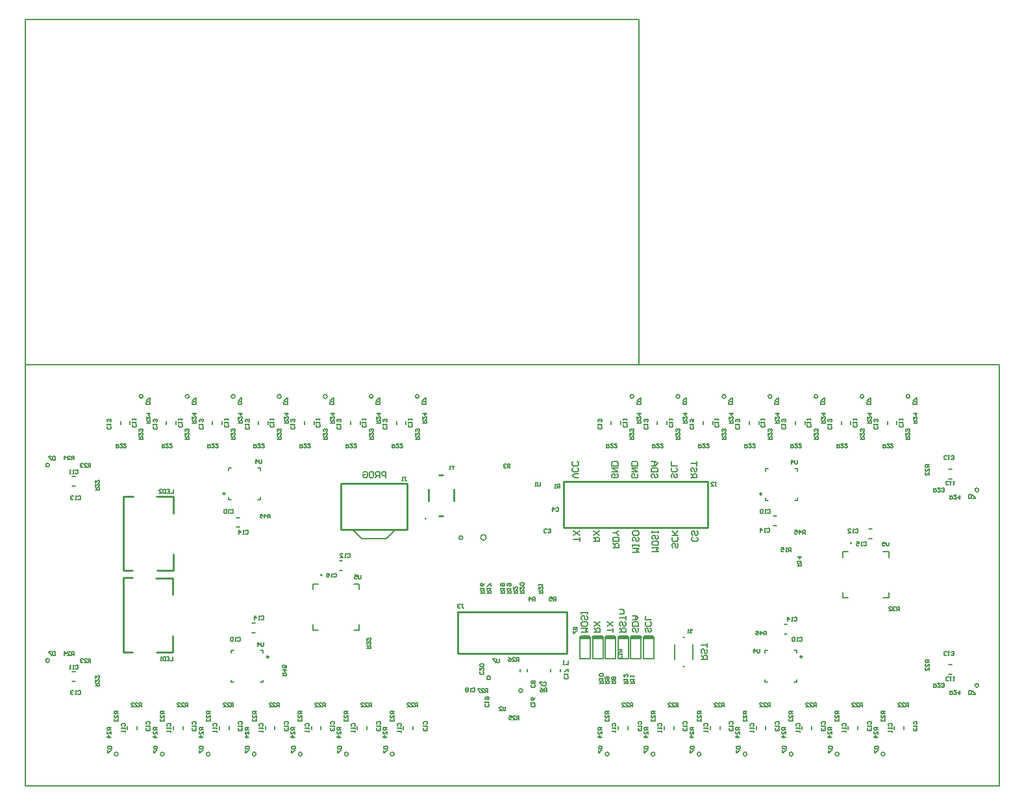
<source format=gbo>
G04*
G04 #@! TF.GenerationSoftware,Altium Limited,Altium Designer,18.1.9 (240)*
G04*
G04 Layer_Color=32896*
%FSLAX44Y44*%
%MOMM*%
G71*
G01*
G75*
%ADD34C,0.1524*%
%ADD35C,0.2540*%
%ADD36C,0.2000*%
%ADD38C,0.5000*%
%ADD77C,0.0000*%
%ADD78C,0.1270*%
%ADD124C,0.2500*%
D34*
X801117Y524318D02*
G03*
X801117Y524318I-3592J0D01*
G01*
X826311Y303580D02*
Y299415D01*
X825478Y298582D01*
X823812D01*
X822979Y299415D01*
Y303580D01*
X817980Y298582D02*
X821312D01*
X817980Y301914D01*
Y302747D01*
X818813Y303580D01*
X820479D01*
X821312Y302747D01*
X803270Y322206D02*
Y327204D01*
X800771D01*
X799938Y326371D01*
Y324705D01*
X800771Y323872D01*
X803270D01*
X801604D02*
X799938Y322206D01*
X794939D02*
X798272D01*
X794939Y325538D01*
Y326371D01*
X795772Y327204D01*
X797439D01*
X798272Y326371D01*
X793273Y327204D02*
X789941D01*
Y326371D01*
X793273Y323039D01*
Y322206D01*
X880018Y322632D02*
Y327630D01*
X877519D01*
X876686Y326797D01*
Y325131D01*
X877519Y324298D01*
X880018D01*
X878352D02*
X876686Y322632D01*
X871687Y327630D02*
X873354Y326797D01*
X875020Y325131D01*
Y323465D01*
X874187Y322632D01*
X872521D01*
X871687Y323465D01*
Y324298D01*
X872521Y325131D01*
X875020D01*
X891524Y441714D02*
Y446712D01*
X889025D01*
X888192Y445879D01*
Y444213D01*
X889025Y443380D01*
X891524D01*
X889858D02*
X888192Y441714D01*
X883193Y446712D02*
X886526D01*
Y444213D01*
X884859Y445046D01*
X884026D01*
X883193Y444213D01*
Y442547D01*
X884026Y441714D01*
X885693D01*
X886526Y442547D01*
X864679Y441760D02*
Y446759D01*
X862180D01*
X861347Y445926D01*
Y444260D01*
X862180Y443427D01*
X864679D01*
X863013D02*
X861347Y441760D01*
X857182D02*
Y446759D01*
X859681Y444260D01*
X856349D01*
X863619Y332124D02*
X864452Y331291D01*
Y329625D01*
X863619Y328792D01*
X860287D01*
X859454Y329625D01*
Y331291D01*
X860287Y332124D01*
X863619Y333790D02*
X864452Y334623D01*
Y336289D01*
X863619Y337123D01*
X862786D01*
X861953Y336289D01*
X861120Y337123D01*
X860287D01*
X859454Y336289D01*
Y334623D01*
X860287Y333790D01*
X861120D01*
X861953Y334623D01*
X862786Y333790D01*
X863619D01*
X861953Y334623D02*
Y336289D01*
X875972Y334761D02*
X876805Y335594D01*
X878471D01*
X879304Y334761D01*
Y331429D01*
X878471Y330596D01*
X876805D01*
X875972Y331429D01*
X874306Y335594D02*
X870973D01*
Y334761D01*
X874306Y331429D01*
Y330596D01*
X769213Y436923D02*
X770879D01*
X770046D01*
Y432758D01*
X770879Y431925D01*
X771712D01*
X772545Y432758D01*
X767547Y436090D02*
X766714Y436923D01*
X765048D01*
X764214Y436090D01*
Y435257D01*
X765048Y434424D01*
X765881D01*
X765048D01*
X764214Y433591D01*
Y432758D01*
X765048Y431925D01*
X766714D01*
X767547Y432758D01*
X1098978Y596105D02*
X1100644D01*
X1099811D01*
Y591940D01*
X1100644Y591107D01*
X1101477D01*
X1102310Y591940D01*
X1093979Y591107D02*
X1097312D01*
X1093979Y594439D01*
Y595272D01*
X1094812Y596105D01*
X1096479D01*
X1097312Y595272D01*
X694740Y602788D02*
X696406D01*
X695573D01*
Y598623D01*
X696406Y597790D01*
X697239D01*
X698072Y598623D01*
X693074Y597790D02*
X691407D01*
X692241D01*
Y602788D01*
X693074Y601955D01*
X818182Y366472D02*
Y362307D01*
X817349Y361474D01*
X815683D01*
X814850Y362307D01*
Y366472D01*
X813184D02*
X809851D01*
Y365639D01*
X813184Y362307D01*
Y361474D01*
X843436Y362790D02*
Y367788D01*
X840937D01*
X840104Y366955D01*
Y365289D01*
X840937Y364456D01*
X843436D01*
X841770D02*
X840104Y362790D01*
X835105D02*
X838438D01*
X835105Y366122D01*
Y366955D01*
X835938Y367788D01*
X837605D01*
X838438Y366955D01*
X830107Y367788D02*
X831773Y366955D01*
X833439Y365289D01*
Y363623D01*
X832606Y362790D01*
X830940D01*
X830107Y363623D01*
Y364456D01*
X830940Y365289D01*
X833439D01*
X844070Y286867D02*
Y291865D01*
X841571D01*
X840738Y291032D01*
Y289366D01*
X841571Y288533D01*
X844070D01*
X842404D02*
X840738Y286867D01*
X835739D02*
X839072D01*
X835739Y290199D01*
Y291032D01*
X836572Y291865D01*
X838239D01*
X839072Y291032D01*
X830741Y291865D02*
X834073D01*
Y289366D01*
X832407Y290199D01*
X831574D01*
X830741Y289366D01*
Y287700D01*
X831574Y286867D01*
X833240D01*
X834073Y287700D01*
X907878Y363712D02*
Y358714D01*
X904546D01*
X902880D02*
X901214D01*
X902047D01*
Y363712D01*
X902880Y362879D01*
X797014Y349389D02*
X797847Y348556D01*
Y346890D01*
X797014Y346057D01*
X793682D01*
X792849Y346890D01*
Y348556D01*
X793682Y349389D01*
X792849Y354387D02*
Y351055D01*
X796181Y354387D01*
X797014D01*
X797847Y353554D01*
Y351888D01*
X797014Y351055D01*
Y356053D02*
X797847Y356886D01*
Y358553D01*
X797014Y359386D01*
X793682D01*
X792849Y358553D01*
Y356886D01*
X793682Y356053D01*
X797014D01*
X803802Y306923D02*
X804635Y306089D01*
Y304423D01*
X803802Y303590D01*
X800470D01*
X799637Y304423D01*
Y306089D01*
X800470Y306923D01*
X799637Y308589D02*
Y310255D01*
Y309422D01*
X804635D01*
X803802Y308589D01*
X800470Y312754D02*
X799637Y313587D01*
Y315253D01*
X800470Y316086D01*
X803802D01*
X804635Y315253D01*
Y313587D01*
X803802Y312754D01*
X802969D01*
X802136Y313587D01*
Y316086D01*
X783104Y327379D02*
X783937Y328212D01*
X785603D01*
X786436Y327379D01*
Y324047D01*
X785603Y323214D01*
X783937D01*
X783104Y324047D01*
X781438Y323214D02*
X779771D01*
X780604D01*
Y328212D01*
X781438Y327379D01*
X777272D02*
X776439Y328212D01*
X774773D01*
X773940Y327379D01*
Y326546D01*
X774773Y325713D01*
X773940Y324880D01*
Y324047D01*
X774773Y323214D01*
X776439D01*
X777272Y324047D01*
Y324880D01*
X776439Y325713D01*
X777272Y326546D01*
Y327379D01*
X776439Y325713D02*
X774773D01*
X906871Y343516D02*
X907704Y342683D01*
Y341017D01*
X906871Y340184D01*
X903539D01*
X902706Y341017D01*
Y342683D01*
X903539Y343516D01*
X902706Y345182D02*
Y346848D01*
Y346015D01*
X907704D01*
X906871Y345182D01*
X907704Y349348D02*
Y352680D01*
X906871D01*
X903539Y349348D01*
X902706D01*
X863625Y306450D02*
X864458Y305617D01*
Y303951D01*
X863625Y303118D01*
X860293D01*
X859460Y303951D01*
Y305617D01*
X860293Y306450D01*
X859460Y308116D02*
Y309782D01*
Y308949D01*
X864458D01*
X863625Y308116D01*
X864458Y315614D02*
X863625Y313948D01*
X861959Y312282D01*
X860293D01*
X859460Y313115D01*
Y314781D01*
X860293Y315614D01*
X861126D01*
X861959Y314781D01*
Y312282D01*
X1202406Y419786D02*
X1203239Y420619D01*
X1204905D01*
X1205738Y419786D01*
Y416454D01*
X1204905Y415621D01*
X1203239D01*
X1202406Y416454D01*
X1200740Y415621D02*
X1199073D01*
X1199907D01*
Y420619D01*
X1200740Y419786D01*
X1194075Y415621D02*
Y420619D01*
X1196574Y418120D01*
X1193242D01*
X1167386Y535692D02*
X1168219Y536525D01*
X1169885D01*
X1170718Y535692D01*
Y532360D01*
X1169885Y531527D01*
X1168219D01*
X1167386Y532360D01*
X1165720Y531527D02*
X1164054D01*
X1164887D01*
Y536525D01*
X1165720Y535692D01*
X1159055Y531527D02*
Y536525D01*
X1161554Y534026D01*
X1158222D01*
X507700Y421281D02*
X508533Y422114D01*
X510199D01*
X511032Y421281D01*
Y417949D01*
X510199Y417116D01*
X508533D01*
X507700Y417949D01*
X506034Y417116D02*
X504367D01*
X505201D01*
Y422114D01*
X506034Y421281D01*
X499369Y417116D02*
Y422114D01*
X501868Y419615D01*
X498536D01*
X486872Y532949D02*
X487705Y533782D01*
X489371D01*
X490204Y532949D01*
Y529617D01*
X489371Y528784D01*
X487705D01*
X486872Y529617D01*
X485206Y528784D02*
X483540D01*
X484373D01*
Y533782D01*
X485206Y532949D01*
X478541Y528784D02*
Y533782D01*
X481040Y531283D01*
X477708D01*
X1282242Y534590D02*
X1283075Y535423D01*
X1284741D01*
X1285574Y534590D01*
Y531258D01*
X1284741Y530425D01*
X1283075D01*
X1282242Y531258D01*
X1280576Y530425D02*
X1278909D01*
X1279742D01*
Y535423D01*
X1280576Y534590D01*
X1273078Y530425D02*
X1276410D01*
X1273078Y533757D01*
Y534590D01*
X1273911Y535423D01*
X1275577D01*
X1276410Y534590D01*
X620404Y502110D02*
X621237Y502943D01*
X622903D01*
X623736Y502110D01*
Y498778D01*
X622903Y497945D01*
X621237D01*
X620404Y498778D01*
X618738Y497945D02*
X617072D01*
X617905D01*
Y502943D01*
X618738Y502110D01*
X611241Y497945D02*
X614573D01*
X611241Y501277D01*
Y502110D01*
X612074Y502943D01*
X613740D01*
X614573Y502110D01*
X966034Y278029D02*
X965201Y278862D01*
Y280528D01*
X966034Y281361D01*
X969366D01*
X970199Y280528D01*
Y278862D01*
X969366Y278029D01*
X970199Y276363D02*
Y274697D01*
Y275530D01*
X965201D01*
X966034Y276363D01*
X970199Y272197D02*
Y270531D01*
Y271364D01*
X965201D01*
X966034Y272197D01*
X1404469Y593527D02*
X1403635Y592694D01*
X1401969D01*
X1401136Y593527D01*
Y596859D01*
X1401969Y597692D01*
X1403635D01*
X1404469Y596859D01*
X1406135Y597692D02*
X1407801D01*
X1406968D01*
Y592694D01*
X1406135Y593527D01*
X1410300Y597692D02*
X1411966D01*
X1411133D01*
Y592694D01*
X1410300Y593527D01*
X265529Y356466D02*
X266362Y357299D01*
X268028D01*
X268861Y356466D01*
Y353134D01*
X268028Y352301D01*
X266362D01*
X265529Y353134D01*
X263863Y352301D02*
X262197D01*
X263030D01*
Y357299D01*
X263863Y356466D01*
X259698Y352301D02*
X258031D01*
X258864D01*
Y357299D01*
X259698Y356466D01*
X703966Y671971D02*
X704799Y671138D01*
Y669472D01*
X703966Y668639D01*
X700634D01*
X699801Y669472D01*
Y671138D01*
X700634Y671971D01*
X699801Y673637D02*
Y675303D01*
Y674470D01*
X704799D01*
X703966Y673637D01*
X699801Y677802D02*
Y679469D01*
Y678635D01*
X704799D01*
X703966Y677802D01*
X1026034Y278029D02*
X1025201Y278862D01*
Y280528D01*
X1026034Y281361D01*
X1029366D01*
X1030199Y280528D01*
Y278862D01*
X1029366Y278029D01*
X1030199Y276363D02*
Y274697D01*
Y275530D01*
X1025201D01*
X1026034Y276363D01*
X1030199Y272197D02*
Y270531D01*
Y271364D01*
X1025201D01*
X1026034Y272197D01*
X1343886Y671968D02*
X1344719Y671135D01*
Y669469D01*
X1343886Y668635D01*
X1340554D01*
X1339721Y669469D01*
Y671135D01*
X1340554Y671968D01*
X1339721Y673634D02*
Y675300D01*
Y674467D01*
X1344719D01*
X1343886Y673634D01*
X1339721Y677799D02*
Y679465D01*
Y678632D01*
X1344719D01*
X1343886Y677799D01*
X326034Y278032D02*
X325201Y278865D01*
Y280531D01*
X326034Y281364D01*
X329366D01*
X330199Y280531D01*
Y278865D01*
X329366Y278032D01*
X330199Y276366D02*
Y274700D01*
Y275533D01*
X325201D01*
X326034Y276366D01*
X330199Y272200D02*
Y270534D01*
Y271367D01*
X325201D01*
X326034Y272200D01*
X643966Y671971D02*
X644799Y671138D01*
Y669472D01*
X643966Y668639D01*
X640634D01*
X639801Y669472D01*
Y671138D01*
X640634Y671971D01*
X639801Y673637D02*
Y675303D01*
Y674470D01*
X644799D01*
X643966Y673637D01*
X639801Y677802D02*
Y679469D01*
Y678635D01*
X644799D01*
X643966Y677802D01*
X1086034Y278029D02*
X1085201Y278862D01*
Y280528D01*
X1086034Y281361D01*
X1089366D01*
X1090199Y280528D01*
Y278862D01*
X1089366Y278029D01*
X1090199Y276363D02*
Y274697D01*
Y275530D01*
X1085201D01*
X1086034Y276363D01*
X1090199Y272198D02*
Y270531D01*
Y271364D01*
X1085201D01*
X1086034Y272198D01*
X1283886Y671968D02*
X1284719Y671134D01*
Y669468D01*
X1283886Y668635D01*
X1280554D01*
X1279721Y669468D01*
Y671134D01*
X1280554Y671968D01*
X1279721Y673634D02*
Y675300D01*
Y674467D01*
X1284719D01*
X1283886Y673634D01*
X1279721Y677799D02*
Y679465D01*
Y678632D01*
X1284719D01*
X1283886Y677799D01*
X386034Y278032D02*
X385201Y278865D01*
Y280531D01*
X386034Y281364D01*
X389366D01*
X390199Y280531D01*
Y278865D01*
X389366Y278032D01*
X390199Y276366D02*
Y274700D01*
Y275533D01*
X385201D01*
X386034Y276366D01*
X390199Y272200D02*
Y270534D01*
Y271367D01*
X385201D01*
X386034Y272200D01*
X583966Y671971D02*
X584799Y671138D01*
Y669472D01*
X583966Y668639D01*
X580634D01*
X579801Y669472D01*
Y671138D01*
X580634Y671971D01*
X579801Y673637D02*
Y675303D01*
Y674470D01*
X584799D01*
X583966Y673637D01*
X579801Y677802D02*
Y679469D01*
Y678635D01*
X584799D01*
X583966Y677802D01*
X1146034Y278029D02*
X1145201Y278862D01*
Y280528D01*
X1146034Y281361D01*
X1149366D01*
X1150199Y280528D01*
Y278862D01*
X1149366Y278029D01*
X1150199Y276363D02*
Y274697D01*
Y275530D01*
X1145201D01*
X1146034Y276363D01*
X1150199Y272198D02*
Y270531D01*
Y271364D01*
X1145201D01*
X1146034Y272198D01*
X1223886Y671968D02*
X1224719Y671135D01*
Y669469D01*
X1223886Y668635D01*
X1220554D01*
X1219721Y669469D01*
Y671135D01*
X1220554Y671968D01*
X1219721Y673634D02*
Y675300D01*
Y674467D01*
X1224719D01*
X1223886Y673634D01*
X1219721Y677799D02*
Y679465D01*
Y678632D01*
X1224719D01*
X1223886Y677799D01*
X446034Y278032D02*
X445201Y278865D01*
Y280531D01*
X446034Y281364D01*
X449366D01*
X450199Y280531D01*
Y278865D01*
X449366Y278032D01*
X450199Y276366D02*
Y274700D01*
Y275533D01*
X445201D01*
X446034Y276366D01*
X450199Y272201D02*
Y270534D01*
Y271367D01*
X445201D01*
X446034Y272201D01*
X523966Y671971D02*
X524799Y671138D01*
Y669472D01*
X523966Y668639D01*
X520634D01*
X519801Y669472D01*
Y671138D01*
X520634Y671971D01*
X519801Y673637D02*
Y675303D01*
Y674470D01*
X524799D01*
X523966Y673637D01*
X519801Y677802D02*
Y679469D01*
Y678635D01*
X524799D01*
X523966Y677802D01*
X1206034Y278029D02*
X1205201Y278862D01*
Y280528D01*
X1206034Y281361D01*
X1209366D01*
X1210199Y280528D01*
Y278862D01*
X1209366Y278029D01*
X1210199Y276363D02*
Y274697D01*
Y275530D01*
X1205201D01*
X1206034Y276363D01*
X1210199Y272198D02*
Y270531D01*
Y271364D01*
X1205201D01*
X1206034Y272198D01*
X1163886Y671968D02*
X1164719Y671134D01*
Y669468D01*
X1163886Y668635D01*
X1160554D01*
X1159721Y669468D01*
Y671134D01*
X1160554Y671968D01*
X1159721Y673634D02*
Y675300D01*
Y674467D01*
X1164719D01*
X1163886Y673634D01*
X1159721Y677799D02*
Y679465D01*
Y678632D01*
X1164719D01*
X1163886Y677799D01*
X506034Y278032D02*
X505201Y278865D01*
Y280531D01*
X506034Y281364D01*
X509366D01*
X510199Y280531D01*
Y278865D01*
X509366Y278032D01*
X510199Y276366D02*
Y274700D01*
Y275533D01*
X505201D01*
X506034Y276366D01*
X510199Y272200D02*
Y270534D01*
Y271367D01*
X505201D01*
X506034Y272200D01*
X463966Y671971D02*
X464799Y671138D01*
Y669472D01*
X463966Y668639D01*
X460634D01*
X459801Y669472D01*
Y671138D01*
X460634Y671971D01*
X459801Y673637D02*
Y675303D01*
Y674470D01*
X464799D01*
X463966Y673637D01*
X459801Y677802D02*
Y679469D01*
Y678635D01*
X464799D01*
X463966Y677802D01*
X1266034Y278029D02*
X1265201Y278862D01*
Y280528D01*
X1266034Y281361D01*
X1269366D01*
X1270199Y280528D01*
Y278862D01*
X1269366Y278029D01*
X1270199Y276363D02*
Y274697D01*
Y275530D01*
X1265201D01*
X1266034Y276363D01*
X1270199Y272198D02*
Y270531D01*
Y271364D01*
X1265201D01*
X1266034Y272198D01*
X1103886Y671968D02*
X1104719Y671135D01*
Y669469D01*
X1103886Y668635D01*
X1100554D01*
X1099721Y669469D01*
Y671135D01*
X1100554Y671968D01*
X1099721Y673634D02*
Y675300D01*
Y674467D01*
X1104719D01*
X1103886Y673634D01*
X1099721Y677799D02*
Y679465D01*
Y678632D01*
X1104719D01*
X1103886Y677799D01*
X566034Y278032D02*
X565201Y278865D01*
Y280531D01*
X566034Y281364D01*
X569366D01*
X570199Y280531D01*
Y278865D01*
X569366Y278032D01*
X570199Y276366D02*
Y274700D01*
Y275533D01*
X565201D01*
X566034Y276366D01*
X570199Y272201D02*
Y270534D01*
Y271367D01*
X565201D01*
X566034Y272201D01*
X403966Y671971D02*
X404799Y671138D01*
Y669472D01*
X403966Y668639D01*
X400634D01*
X399801Y669472D01*
Y671138D01*
X400634Y671971D01*
X399801Y673637D02*
Y675303D01*
Y674470D01*
X404799D01*
X403966Y673637D01*
X399801Y677802D02*
Y679469D01*
Y678635D01*
X404799D01*
X403966Y677802D01*
X1326034Y278029D02*
X1325201Y278862D01*
Y280528D01*
X1326034Y281361D01*
X1329366D01*
X1330199Y280528D01*
Y278862D01*
X1329366Y278029D01*
X1330199Y276363D02*
Y274697D01*
Y275530D01*
X1325201D01*
X1326034Y276363D01*
X1330199Y272197D02*
Y270531D01*
Y271364D01*
X1325201D01*
X1326034Y272197D01*
X1043886Y671968D02*
X1044719Y671134D01*
Y669468D01*
X1043886Y668635D01*
X1040554D01*
X1039721Y669468D01*
Y671134D01*
X1040554Y671968D01*
X1039721Y673634D02*
Y675300D01*
Y674467D01*
X1044719D01*
X1043886Y673634D01*
X1039721Y677799D02*
Y679465D01*
Y678632D01*
X1044719D01*
X1043886Y677799D01*
X626034Y278032D02*
X625201Y278865D01*
Y280531D01*
X626034Y281364D01*
X629366D01*
X630199Y280531D01*
Y278865D01*
X629366Y278032D01*
X630199Y276366D02*
Y274700D01*
Y275533D01*
X625201D01*
X626034Y276366D01*
X630199Y272200D02*
Y270534D01*
Y271367D01*
X625201D01*
X626034Y272200D01*
X343966Y671971D02*
X344799Y671138D01*
Y669472D01*
X343966Y668639D01*
X340634D01*
X339801Y669472D01*
Y671138D01*
X340634Y671971D01*
X339801Y673637D02*
Y675303D01*
Y674470D01*
X344799D01*
X343966Y673637D01*
X339801Y677802D02*
Y679469D01*
Y678635D01*
X344799D01*
X343966Y677802D01*
X1404471Y338534D02*
X1403638Y337701D01*
X1401972D01*
X1401139Y338534D01*
Y341866D01*
X1401972Y342699D01*
X1403638D01*
X1404471Y341866D01*
X1406137Y342699D02*
X1407803D01*
X1406970D01*
Y337701D01*
X1406137Y338534D01*
X1410302Y342699D02*
X1411969D01*
X1411136D01*
Y337701D01*
X1410302Y338534D01*
X983886Y671968D02*
X984719Y671135D01*
Y669469D01*
X983886Y668635D01*
X980554D01*
X979721Y669469D01*
Y671135D01*
X980554Y671968D01*
X979721Y673634D02*
Y675300D01*
Y674467D01*
X984719D01*
X983886Y673634D01*
X979721Y677799D02*
Y679465D01*
Y678632D01*
X984719D01*
X983886Y677799D01*
X686034Y278032D02*
X685201Y278865D01*
Y280531D01*
X686034Y281364D01*
X689366D01*
X690199Y280531D01*
Y278865D01*
X689366Y278032D01*
X690199Y276366D02*
Y274700D01*
Y275533D01*
X685201D01*
X686034Y276366D01*
X690199Y272200D02*
Y270534D01*
Y271367D01*
X685201D01*
X686034Y272200D01*
X265529Y611466D02*
X266362Y612299D01*
X268028D01*
X268861Y611466D01*
Y608134D01*
X268028Y607301D01*
X266362D01*
X265529Y608134D01*
X263863Y607301D02*
X262197D01*
X263030D01*
Y612299D01*
X263863Y611466D01*
X259698Y607301D02*
X258031D01*
X258864D01*
Y612299D01*
X259698Y611466D01*
X951814Y276426D02*
X946816D01*
Y273927D01*
X947649Y273094D01*
X949315D01*
X950148Y273927D01*
Y276426D01*
Y274760D02*
X951814Y273094D01*
Y268095D02*
Y271428D01*
X948482Y268095D01*
X947649D01*
X946816Y268928D01*
Y270595D01*
X947649Y271428D01*
X951814Y263930D02*
X946816D01*
X949315Y266429D01*
Y263097D01*
X1406071Y579307D02*
Y574309D01*
X1408571D01*
X1409404Y575142D01*
Y576808D01*
X1408571Y577641D01*
X1406071D01*
X1407737D02*
X1409404Y579307D01*
X1414402D02*
X1411070D01*
X1414402Y575975D01*
Y575142D01*
X1413569Y574309D01*
X1411903D01*
X1411070Y575142D01*
X1418567Y579307D02*
Y574309D01*
X1416068Y576808D01*
X1419400D01*
X263926Y370686D02*
Y375684D01*
X261427D01*
X260594Y374851D01*
Y373185D01*
X261427Y372352D01*
X263926D01*
X262260D02*
X260594Y370686D01*
X255595D02*
X258928D01*
X255595Y374018D01*
Y374851D01*
X256429Y375684D01*
X258095D01*
X258928Y374851D01*
X251430Y370686D02*
Y375684D01*
X253929Y373185D01*
X250597D01*
X718186Y673574D02*
X723184D01*
Y676073D01*
X722351Y676906D01*
X720685D01*
X719852Y676073D01*
Y673574D01*
Y675240D02*
X718186Y676906D01*
Y681905D02*
Y678572D01*
X721518Y681905D01*
X722351D01*
X723184Y681071D01*
Y679405D01*
X722351Y678572D01*
X718186Y686070D02*
X723184D01*
X720685Y683571D01*
Y686903D01*
X1011814Y276426D02*
X1006816D01*
Y273927D01*
X1007649Y273094D01*
X1009315D01*
X1010148Y273927D01*
Y276426D01*
Y274760D02*
X1011814Y273094D01*
Y268095D02*
Y271428D01*
X1008482Y268095D01*
X1007649D01*
X1006816Y268928D01*
Y270595D01*
X1007649Y271428D01*
X1011814Y263930D02*
X1006816D01*
X1009315Y266429D01*
Y263097D01*
X1358106Y673571D02*
X1363104D01*
Y676070D01*
X1362271Y676903D01*
X1360605D01*
X1359772Y676070D01*
Y673571D01*
Y675237D02*
X1358106Y676903D01*
Y681901D02*
Y678569D01*
X1361438Y681901D01*
X1362271D01*
X1363104Y681068D01*
Y679402D01*
X1362271Y678569D01*
X1358106Y686067D02*
X1363104D01*
X1360605Y683567D01*
Y686899D01*
X311814Y276429D02*
X306816D01*
Y273930D01*
X307649Y273097D01*
X309315D01*
X310148Y273930D01*
Y276429D01*
Y274763D02*
X311814Y273097D01*
Y268098D02*
Y271430D01*
X308482Y268098D01*
X307649D01*
X306816Y268931D01*
Y270597D01*
X307649Y271430D01*
X311814Y263933D02*
X306816D01*
X309315Y266432D01*
Y263100D01*
X658186Y673574D02*
X663184D01*
Y676073D01*
X662351Y676906D01*
X660685D01*
X659852Y676073D01*
Y673574D01*
Y675240D02*
X658186Y676906D01*
Y681905D02*
Y678572D01*
X661518Y681905D01*
X662351D01*
X663184Y681071D01*
Y679405D01*
X662351Y678572D01*
X658186Y686070D02*
X663184D01*
X660685Y683571D01*
Y686903D01*
X1071814Y276426D02*
X1066816D01*
Y273927D01*
X1067649Y273094D01*
X1069315D01*
X1070148Y273927D01*
Y276426D01*
Y274760D02*
X1071814Y273094D01*
Y268095D02*
Y271428D01*
X1068482Y268095D01*
X1067649D01*
X1066816Y268929D01*
Y270595D01*
X1067649Y271428D01*
X1071814Y263930D02*
X1066816D01*
X1069315Y266429D01*
Y263097D01*
X1298106Y673571D02*
X1303104D01*
Y676070D01*
X1302271Y676903D01*
X1300605D01*
X1299772Y676070D01*
Y673571D01*
Y675237D02*
X1298106Y676903D01*
Y681901D02*
Y678569D01*
X1301438Y681901D01*
X1302271D01*
X1303104Y681068D01*
Y679402D01*
X1302271Y678569D01*
X1298106Y686067D02*
X1303104D01*
X1300605Y683567D01*
Y686899D01*
X371814Y276429D02*
X366816D01*
Y273930D01*
X367649Y273097D01*
X369315D01*
X370148Y273930D01*
Y276429D01*
Y274763D02*
X371814Y273097D01*
Y268098D02*
Y271430D01*
X368482Y268098D01*
X367649D01*
X366816Y268931D01*
Y270597D01*
X367649Y271430D01*
X371814Y263933D02*
X366816D01*
X369315Y266432D01*
Y263100D01*
X598186Y673574D02*
X603184D01*
Y676073D01*
X602351Y676906D01*
X600685D01*
X599852Y676073D01*
Y673574D01*
Y675240D02*
X598186Y676906D01*
Y681905D02*
Y678572D01*
X601518Y681905D01*
X602351D01*
X603184Y681071D01*
Y679405D01*
X602351Y678572D01*
X598186Y686070D02*
X603184D01*
X600685Y683571D01*
Y686903D01*
X1131814Y276426D02*
X1126816D01*
Y273927D01*
X1127649Y273094D01*
X1129315D01*
X1130148Y273927D01*
Y276426D01*
Y274760D02*
X1131814Y273094D01*
Y268095D02*
Y271428D01*
X1128482Y268095D01*
X1127649D01*
X1126816Y268928D01*
Y270595D01*
X1127649Y271428D01*
X1131814Y263930D02*
X1126816D01*
X1129315Y266429D01*
Y263097D01*
X1238106Y673571D02*
X1243104D01*
Y676070D01*
X1242271Y676903D01*
X1240605D01*
X1239772Y676070D01*
Y673571D01*
Y675237D02*
X1238106Y676903D01*
Y681901D02*
Y678569D01*
X1241438Y681901D01*
X1242271D01*
X1243104Y681068D01*
Y679402D01*
X1242271Y678569D01*
X1238106Y686067D02*
X1243104D01*
X1240605Y683567D01*
Y686899D01*
X431814Y276429D02*
X426816D01*
Y273930D01*
X427649Y273097D01*
X429315D01*
X430148Y273930D01*
Y276429D01*
Y274763D02*
X431814Y273097D01*
Y268098D02*
Y271430D01*
X428482Y268098D01*
X427649D01*
X426816Y268931D01*
Y270597D01*
X427649Y271430D01*
X431814Y263933D02*
X426816D01*
X429315Y266432D01*
Y263100D01*
X538186Y673574D02*
X543184D01*
Y676073D01*
X542351Y676906D01*
X540685D01*
X539852Y676073D01*
Y673574D01*
Y675240D02*
X538186Y676906D01*
Y681905D02*
Y678572D01*
X541518Y681905D01*
X542351D01*
X543184Y681071D01*
Y679405D01*
X542351Y678572D01*
X538186Y686070D02*
X543184D01*
X540685Y683571D01*
Y686903D01*
X1191814Y276426D02*
X1186816D01*
Y273927D01*
X1187649Y273094D01*
X1189315D01*
X1190148Y273927D01*
Y276426D01*
Y274760D02*
X1191814Y273094D01*
Y268095D02*
Y271428D01*
X1188482Y268095D01*
X1187649D01*
X1186816Y268929D01*
Y270595D01*
X1187649Y271428D01*
X1191814Y263930D02*
X1186816D01*
X1189315Y266429D01*
Y263097D01*
X1178106Y673571D02*
X1183104D01*
Y676070D01*
X1182271Y676903D01*
X1180605D01*
X1179772Y676070D01*
Y673571D01*
Y675237D02*
X1178106Y676903D01*
Y681901D02*
Y678569D01*
X1181438Y681901D01*
X1182271D01*
X1183104Y681068D01*
Y679402D01*
X1182271Y678569D01*
X1178106Y686067D02*
X1183104D01*
X1180605Y683567D01*
Y686899D01*
X491814Y276429D02*
X486816D01*
Y273930D01*
X487649Y273097D01*
X489315D01*
X490148Y273930D01*
Y276429D01*
Y274763D02*
X491814Y273097D01*
Y268098D02*
Y271430D01*
X488482Y268098D01*
X487649D01*
X486816Y268931D01*
Y270597D01*
X487649Y271430D01*
X491814Y263933D02*
X486816D01*
X489315Y266432D01*
Y263100D01*
X478186Y673574D02*
X483184D01*
Y676073D01*
X482351Y676906D01*
X480685D01*
X479852Y676073D01*
Y673574D01*
Y675240D02*
X478186Y676906D01*
Y681905D02*
Y678572D01*
X481518Y681905D01*
X482351D01*
X483184Y681071D01*
Y679405D01*
X482351Y678572D01*
X478186Y686070D02*
X483184D01*
X480685Y683571D01*
Y686903D01*
X1251814Y276426D02*
X1246816D01*
Y273927D01*
X1247649Y273094D01*
X1249315D01*
X1250148Y273927D01*
Y276426D01*
Y274760D02*
X1251814Y273094D01*
Y268095D02*
Y271428D01*
X1248482Y268095D01*
X1247649D01*
X1246816Y268929D01*
Y270595D01*
X1247649Y271428D01*
X1251814Y263930D02*
X1246816D01*
X1249315Y266429D01*
Y263097D01*
X1118106Y673571D02*
X1123104D01*
Y676070D01*
X1122271Y676903D01*
X1120605D01*
X1119772Y676070D01*
Y673571D01*
Y675237D02*
X1118106Y676903D01*
Y681901D02*
Y678569D01*
X1121438Y681901D01*
X1122271D01*
X1123104Y681068D01*
Y679402D01*
X1122271Y678569D01*
X1118106Y686067D02*
X1123104D01*
X1120605Y683567D01*
Y686899D01*
X551814Y276429D02*
X546816D01*
Y273930D01*
X547649Y273097D01*
X549315D01*
X550148Y273930D01*
Y276429D01*
Y274763D02*
X551814Y273097D01*
Y268098D02*
Y271430D01*
X548482Y268098D01*
X547649D01*
X546816Y268931D01*
Y270597D01*
X547649Y271430D01*
X551814Y263933D02*
X546816D01*
X549315Y266432D01*
Y263100D01*
X418186Y673574D02*
X423184D01*
Y676073D01*
X422351Y676906D01*
X420685D01*
X419852Y676073D01*
Y673574D01*
Y675240D02*
X418186Y676906D01*
Y681905D02*
Y678572D01*
X421518Y681905D01*
X422351D01*
X423184Y681071D01*
Y679405D01*
X422351Y678572D01*
X418186Y686070D02*
X423184D01*
X420685Y683571D01*
Y686903D01*
X1311814Y276426D02*
X1306816D01*
Y273927D01*
X1307649Y273094D01*
X1309315D01*
X1310148Y273927D01*
Y276426D01*
Y274760D02*
X1311814Y273094D01*
Y268095D02*
Y271428D01*
X1308482Y268095D01*
X1307649D01*
X1306816Y268929D01*
Y270595D01*
X1307649Y271428D01*
X1311814Y263930D02*
X1306816D01*
X1309315Y266429D01*
Y263097D01*
X1058106Y673571D02*
X1063104D01*
Y676070D01*
X1062271Y676903D01*
X1060605D01*
X1059772Y676070D01*
Y673571D01*
Y675237D02*
X1058106Y676903D01*
Y681901D02*
Y678569D01*
X1061438Y681901D01*
X1062271D01*
X1063104Y681068D01*
Y679402D01*
X1062271Y678569D01*
X1058106Y686067D02*
X1063104D01*
X1060605Y683567D01*
Y686899D01*
X611814Y276429D02*
X606816D01*
Y273930D01*
X607649Y273097D01*
X609315D01*
X610148Y273930D01*
Y276429D01*
Y274763D02*
X611814Y273097D01*
Y268098D02*
Y271430D01*
X608482Y268098D01*
X607649D01*
X606816Y268931D01*
Y270597D01*
X607649Y271430D01*
X611814Y263933D02*
X606816D01*
X609315Y266432D01*
Y263100D01*
X358186Y673574D02*
X363184D01*
Y676073D01*
X362351Y676906D01*
X360685D01*
X359852Y676073D01*
Y673574D01*
Y675240D02*
X358186Y676906D01*
Y681905D02*
Y678572D01*
X361518Y681905D01*
X362351D01*
X363184Y681071D01*
Y679405D01*
X362351Y678572D01*
X358186Y686070D02*
X363184D01*
X360685Y683571D01*
Y686903D01*
X1406074Y324314D02*
Y319316D01*
X1408573D01*
X1409406Y320149D01*
Y321815D01*
X1408573Y322648D01*
X1406074D01*
X1407740D02*
X1409406Y324314D01*
X1414405D02*
X1411072D01*
X1414405Y320982D01*
Y320149D01*
X1413571Y319316D01*
X1411905D01*
X1411072Y320149D01*
X1418570Y324314D02*
Y319316D01*
X1416071Y321815D01*
X1419403D01*
X998106Y673571D02*
X1003104D01*
Y676070D01*
X1002271Y676903D01*
X1000605D01*
X999772Y676070D01*
Y673571D01*
Y675237D02*
X998106Y676903D01*
Y681901D02*
Y678569D01*
X1001438Y681901D01*
X1002271D01*
X1003104Y681068D01*
Y679402D01*
X1002271Y678569D01*
X998106Y686067D02*
X1003104D01*
X1000605Y683567D01*
Y686899D01*
X671814Y276429D02*
X666816D01*
Y273930D01*
X667649Y273097D01*
X669315D01*
X670148Y273930D01*
Y276429D01*
Y274763D02*
X671814Y273097D01*
Y268098D02*
Y271430D01*
X668482Y268098D01*
X667649D01*
X666816Y268931D01*
Y270597D01*
X667649Y271430D01*
X671814Y263933D02*
X666816D01*
X669315Y266432D01*
Y263100D01*
X263926Y625686D02*
Y630684D01*
X261427D01*
X260594Y629851D01*
Y628185D01*
X261427Y627352D01*
X263926D01*
X262260D02*
X260594Y625686D01*
X255595D02*
X258928D01*
X255595Y629018D01*
Y629851D01*
X256429Y630684D01*
X258095D01*
X258928Y629851D01*
X251430Y625686D02*
Y630684D01*
X253929Y628185D01*
X250597D01*
X947452Y251775D02*
X952450D01*
Y249275D01*
X951617Y248442D01*
X948285D01*
X947452Y249275D01*
Y251775D01*
Y246776D02*
Y243444D01*
X948285D01*
X951617Y246776D01*
X952450D01*
X1430723Y574945D02*
Y579943D01*
X1433222D01*
X1434055Y579110D01*
Y575778D01*
X1433222Y574945D01*
X1430723D01*
X1435721D02*
X1439053D01*
Y575778D01*
X1435721Y579110D01*
Y579943D01*
X239275Y375048D02*
Y370050D01*
X236775D01*
X235942Y370883D01*
Y374215D01*
X236775Y375048D01*
X239275D01*
X234276D02*
X230944D01*
Y374215D01*
X234276Y370883D01*
Y370050D01*
X722548Y698225D02*
X717550D01*
Y700724D01*
X718383Y701558D01*
X721715D01*
X722548Y700724D01*
Y698225D01*
Y703224D02*
Y706556D01*
X721715D01*
X718383Y703224D01*
X717550D01*
X1007452Y251775D02*
X1012450D01*
Y249275D01*
X1011617Y248442D01*
X1008285D01*
X1007452Y249275D01*
Y251775D01*
Y246776D02*
Y243444D01*
X1008285D01*
X1011617Y246776D01*
X1012450D01*
X1362468Y698222D02*
X1357470D01*
Y700721D01*
X1358303Y701554D01*
X1361635D01*
X1362468Y700721D01*
Y698222D01*
Y703220D02*
Y706553D01*
X1361635D01*
X1358303Y703220D01*
X1357470D01*
X307452Y251777D02*
X312450D01*
Y249278D01*
X311617Y248445D01*
X308285D01*
X307452Y249278D01*
Y251777D01*
Y246779D02*
Y243447D01*
X308285D01*
X311617Y246779D01*
X312450D01*
X662548Y698225D02*
X657550D01*
Y700724D01*
X658383Y701558D01*
X661715D01*
X662548Y700724D01*
Y698225D01*
Y703224D02*
Y706556D01*
X661715D01*
X658383Y703224D01*
X657550D01*
X1067452Y251775D02*
X1072450D01*
Y249275D01*
X1071617Y248442D01*
X1068285D01*
X1067452Y249275D01*
Y251775D01*
Y246776D02*
Y243444D01*
X1068285D01*
X1071617Y246776D01*
X1072450D01*
X1302468Y698222D02*
X1297470D01*
Y700721D01*
X1298303Y701554D01*
X1301635D01*
X1302468Y700721D01*
Y698222D01*
Y703220D02*
Y706553D01*
X1301635D01*
X1298303Y703220D01*
X1297470D01*
X367452Y251777D02*
X372450D01*
Y249278D01*
X371617Y248445D01*
X368285D01*
X367452Y249278D01*
Y251777D01*
Y246779D02*
Y243447D01*
X368285D01*
X371617Y246779D01*
X372450D01*
X602548Y698225D02*
X597550D01*
Y700724D01*
X598383Y701558D01*
X601715D01*
X602548Y700724D01*
Y698225D01*
Y703224D02*
Y706556D01*
X601715D01*
X598383Y703224D01*
X597550D01*
X1127452Y251775D02*
X1132450D01*
Y249275D01*
X1131617Y248442D01*
X1128285D01*
X1127452Y249275D01*
Y251775D01*
Y246776D02*
Y243444D01*
X1128285D01*
X1131617Y246776D01*
X1132450D01*
X1242468Y698222D02*
X1237470D01*
Y700721D01*
X1238303Y701554D01*
X1241635D01*
X1242468Y700721D01*
Y698222D01*
Y703220D02*
Y706553D01*
X1241635D01*
X1238303Y703220D01*
X1237470D01*
X427452Y251777D02*
X432450D01*
Y249278D01*
X431617Y248445D01*
X428285D01*
X427452Y249278D01*
Y251777D01*
Y246779D02*
Y243447D01*
X428285D01*
X431617Y246779D01*
X432450D01*
X542548Y698225D02*
X537550D01*
Y700724D01*
X538383Y701558D01*
X541715D01*
X542548Y700724D01*
Y698225D01*
Y703224D02*
Y706556D01*
X541715D01*
X538383Y703224D01*
X537550D01*
X1187452Y251775D02*
X1192450D01*
Y249275D01*
X1191617Y248442D01*
X1188285D01*
X1187452Y249275D01*
Y251775D01*
Y246776D02*
Y243444D01*
X1188285D01*
X1191617Y246776D01*
X1192450D01*
X1182468Y698222D02*
X1177470D01*
Y700721D01*
X1178303Y701554D01*
X1181635D01*
X1182468Y700721D01*
Y698222D01*
Y703220D02*
Y706553D01*
X1181635D01*
X1178303Y703220D01*
X1177470D01*
X487452Y251777D02*
X492450D01*
Y249278D01*
X491617Y248445D01*
X488285D01*
X487452Y249278D01*
Y251777D01*
Y246779D02*
Y243447D01*
X488285D01*
X491617Y246779D01*
X492450D01*
X482548Y698225D02*
X477550D01*
Y700724D01*
X478383Y701558D01*
X481715D01*
X482548Y700724D01*
Y698225D01*
Y703224D02*
Y706556D01*
X481715D01*
X478383Y703224D01*
X477550D01*
X1247452Y251775D02*
X1252450D01*
Y249275D01*
X1251617Y248442D01*
X1248285D01*
X1247452Y249275D01*
Y251775D01*
Y246776D02*
Y243444D01*
X1248285D01*
X1251617Y246776D01*
X1252450D01*
X1122468Y698222D02*
X1117470D01*
Y700721D01*
X1118303Y701554D01*
X1121635D01*
X1122468Y700721D01*
Y698222D01*
Y703220D02*
Y706553D01*
X1121635D01*
X1118303Y703220D01*
X1117470D01*
X547452Y251777D02*
X552450D01*
Y249278D01*
X551617Y248445D01*
X548285D01*
X547452Y249278D01*
Y251777D01*
Y246779D02*
Y243447D01*
X548285D01*
X551617Y246779D01*
X552450D01*
X422548Y698225D02*
X417550D01*
Y700725D01*
X418383Y701558D01*
X421715D01*
X422548Y700725D01*
Y698225D01*
Y703224D02*
Y706556D01*
X421715D01*
X418383Y703224D01*
X417550D01*
X1307452Y251775D02*
X1312450D01*
Y249275D01*
X1311617Y248442D01*
X1308285D01*
X1307452Y249275D01*
Y251775D01*
Y246776D02*
Y243444D01*
X1308285D01*
X1311617Y246776D01*
X1312450D01*
X1062468Y698222D02*
X1057470D01*
Y700721D01*
X1058303Y701554D01*
X1061635D01*
X1062468Y700721D01*
Y698222D01*
Y703220D02*
Y706553D01*
X1061635D01*
X1058303Y703220D01*
X1057470D01*
X607452Y251777D02*
X612450D01*
Y249278D01*
X611617Y248445D01*
X608285D01*
X607452Y249278D01*
Y251777D01*
Y246779D02*
Y243447D01*
X608285D01*
X611617Y246779D01*
X612450D01*
X362548Y698225D02*
X357550D01*
Y700724D01*
X358383Y701558D01*
X361715D01*
X362548Y700724D01*
Y698225D01*
Y703224D02*
Y706556D01*
X361715D01*
X358383Y703224D01*
X357550D01*
X1430725Y319952D02*
Y324950D01*
X1433225D01*
X1434058Y324117D01*
Y320785D01*
X1433225Y319952D01*
X1430725D01*
X1435724D02*
X1439056D01*
Y320785D01*
X1435724Y324117D01*
Y324950D01*
X1002468Y698222D02*
X997470D01*
Y700721D01*
X998303Y701554D01*
X1001635D01*
X1002468Y700721D01*
Y698222D01*
Y703220D02*
Y706553D01*
X1001635D01*
X998303Y703220D01*
X997470D01*
X667452Y251777D02*
X672450D01*
Y249278D01*
X671617Y248445D01*
X668285D01*
X667452Y249278D01*
Y251777D01*
Y246779D02*
Y243447D01*
X668285D01*
X671617Y246779D01*
X672450D01*
X239275Y630048D02*
Y625050D01*
X236775D01*
X235942Y625883D01*
Y629215D01*
X236775Y630048D01*
X239275D01*
X234276D02*
X230944D01*
Y629215D01*
X234276Y625883D01*
Y625050D01*
X760128Y618012D02*
Y617179D01*
X758462Y615513D01*
X756796Y617179D01*
Y618012D01*
X758462Y615513D02*
Y613014D01*
X755130D02*
X753464D01*
X754297D01*
Y618012D01*
X755130Y617179D01*
X1158032Y378893D02*
Y374728D01*
X1157199Y373895D01*
X1155533D01*
X1154700Y374728D01*
Y378893D01*
X1150535Y373895D02*
Y378893D01*
X1153034Y376394D01*
X1149702D01*
X1207004Y624885D02*
Y620720D01*
X1206171Y619887D01*
X1204505D01*
X1203672Y620720D01*
Y624885D01*
X1199507Y619887D02*
Y624885D01*
X1202006Y622386D01*
X1198674D01*
X510795Y387638D02*
Y383473D01*
X509962Y382639D01*
X508296D01*
X507463Y383473D01*
Y387638D01*
X503298Y382639D02*
Y387638D01*
X505797Y385139D01*
X502465D01*
X508534Y625890D02*
Y621725D01*
X507701Y620892D01*
X506035D01*
X505202Y621725D01*
Y625890D01*
X501036Y620892D02*
Y625890D01*
X503536Y623391D01*
X500203D01*
X871522Y596598D02*
Y592433D01*
X870689Y591600D01*
X869023D01*
X868190Y592433D01*
Y596598D01*
X866524Y591600D02*
X864857D01*
X865691D01*
Y596598D01*
X866524Y595765D01*
X1066786Y403814D02*
X1067619Y404647D01*
X1069285D01*
X1070118Y403814D01*
Y402981D01*
X1069285Y402148D01*
X1067619D01*
X1066786Y401315D01*
Y400482D01*
X1067619Y399649D01*
X1069285D01*
X1070118Y400482D01*
X1065120Y399649D02*
X1063454D01*
X1064286D01*
Y404647D01*
X1065120Y403814D01*
X1166162Y397066D02*
Y402064D01*
X1163663D01*
X1162830Y401231D01*
Y399565D01*
X1163663Y398732D01*
X1166162D01*
X1164496D02*
X1162830Y397066D01*
X1158664D02*
Y402064D01*
X1161164Y399565D01*
X1157831D01*
X1152833Y402064D02*
X1156165D01*
Y399565D01*
X1154499Y400398D01*
X1153666D01*
X1152833Y399565D01*
Y397899D01*
X1153666Y397066D01*
X1155332D01*
X1156165Y397899D01*
X1216926Y528508D02*
Y533506D01*
X1214427D01*
X1213594Y532673D01*
Y531007D01*
X1214427Y530174D01*
X1216926D01*
X1215260D02*
X1213594Y528508D01*
X1209428D02*
Y533506D01*
X1211928Y531007D01*
X1208595D01*
X1203597Y533506D02*
X1206929D01*
Y531007D01*
X1205263Y531840D01*
X1204430D01*
X1203597Y531007D01*
Y529341D01*
X1204430Y528508D01*
X1206096D01*
X1206929Y529341D01*
X535533Y344117D02*
X540531D01*
Y346616D01*
X539698Y347449D01*
X538032D01*
X537199Y346616D01*
Y344117D01*
Y345783D02*
X535533Y347449D01*
Y351614D02*
X540531D01*
X538032Y349115D01*
Y352448D01*
X540531Y357446D02*
Y354114D01*
X538032D01*
X538865Y355780D01*
Y356613D01*
X538032Y357446D01*
X536366D01*
X535533Y356613D01*
Y354947D01*
X536366Y354114D01*
X519652Y549516D02*
Y554514D01*
X517153D01*
X516320Y553681D01*
Y552015D01*
X517153Y551182D01*
X519652D01*
X517986D02*
X516320Y549516D01*
X512154D02*
Y554514D01*
X514654Y552015D01*
X511321D01*
X506323Y554514D02*
X509655D01*
Y552015D01*
X507989Y552848D01*
X507156D01*
X506323Y552015D01*
Y550349D01*
X507156Y549516D01*
X508822D01*
X509655Y550349D01*
X1339777Y429191D02*
Y434190D01*
X1337278D01*
X1336444Y433357D01*
Y431691D01*
X1337278Y430858D01*
X1339777D01*
X1338111D02*
X1336444Y429191D01*
X1334778Y433357D02*
X1333945Y434190D01*
X1332279D01*
X1331446Y433357D01*
Y432524D01*
X1332279Y431691D01*
X1333112D01*
X1332279D01*
X1331446Y430858D01*
Y430024D01*
X1332279Y429191D01*
X1333945D01*
X1334778Y430024D01*
X1326448Y429191D02*
X1329780D01*
X1326448Y432524D01*
Y433357D01*
X1327281Y434190D01*
X1328947D01*
X1329780Y433357D01*
X645354Y379744D02*
X650352D01*
Y382243D01*
X649519Y383076D01*
X647853D01*
X647020Y382243D01*
Y379744D01*
Y381410D02*
X645354Y383076D01*
X649519Y384742D02*
X650352Y385575D01*
Y387242D01*
X649519Y388075D01*
X648686D01*
X647853Y387242D01*
Y386409D01*
Y387242D01*
X647020Y388075D01*
X646187D01*
X645354Y387242D01*
Y385575D01*
X646187Y384742D01*
X645354Y393073D02*
Y389741D01*
X648686Y393073D01*
X649519D01*
X650352Y392240D01*
Y390574D01*
X649519Y389741D01*
X961212Y297766D02*
X956214D01*
Y295267D01*
X957047Y294434D01*
X958713D01*
X959546Y295267D01*
Y297766D01*
Y296100D02*
X961212Y294434D01*
Y289435D02*
Y292768D01*
X957880Y289435D01*
X957047D01*
X956214Y290268D01*
Y291935D01*
X957047Y292768D01*
Y287769D02*
X956214Y286936D01*
Y285270D01*
X957047Y284437D01*
X957880D01*
X958713Y285270D01*
Y286103D01*
Y285270D01*
X959546Y284437D01*
X960379D01*
X961212Y285270D01*
Y286936D01*
X960379Y287769D01*
X1384731Y588705D02*
Y583707D01*
X1387231D01*
X1388064Y584540D01*
Y586206D01*
X1387231Y587039D01*
X1384731D01*
X1386398D02*
X1388064Y588705D01*
X1393062D02*
X1389730D01*
X1393062Y585373D01*
Y584540D01*
X1392229Y583707D01*
X1390563D01*
X1389730Y584540D01*
X1394728D02*
X1395561Y583707D01*
X1397227D01*
X1398060Y584540D01*
Y585373D01*
X1397227Y586206D01*
X1396394D01*
X1397227D01*
X1398060Y587039D01*
Y587872D01*
X1397227Y588705D01*
X1395561D01*
X1394728Y587872D01*
X285266Y361288D02*
Y366286D01*
X282767D01*
X281934Y365453D01*
Y363787D01*
X282767Y362954D01*
X285266D01*
X283600D02*
X281934Y361288D01*
X276935D02*
X280268D01*
X276935Y364620D01*
Y365453D01*
X277768Y366286D01*
X279435D01*
X280268Y365453D01*
X275269D02*
X274436Y366286D01*
X272770D01*
X271937Y365453D01*
Y364620D01*
X272770Y363787D01*
X273603D01*
X272770D01*
X271937Y362954D01*
Y362121D01*
X272770Y361288D01*
X274436D01*
X275269Y362121D01*
X708788Y652234D02*
X713786D01*
Y654733D01*
X712953Y655566D01*
X711287D01*
X710454Y654733D01*
Y652234D01*
Y653900D02*
X708788Y655566D01*
Y660564D02*
Y657232D01*
X712120Y660564D01*
X712953D01*
X713786Y659732D01*
Y658065D01*
X712953Y657232D01*
Y662231D02*
X713786Y663064D01*
Y664730D01*
X712953Y665563D01*
X712120D01*
X711287Y664730D01*
Y663897D01*
Y664730D01*
X710454Y665563D01*
X709621D01*
X708788Y664730D01*
Y663064D01*
X709621Y662231D01*
X1021212Y297766D02*
X1016214D01*
Y295267D01*
X1017047Y294434D01*
X1018713D01*
X1019546Y295267D01*
Y297766D01*
Y296100D02*
X1021212Y294434D01*
Y289435D02*
Y292768D01*
X1017880Y289435D01*
X1017047D01*
X1016214Y290268D01*
Y291935D01*
X1017047Y292768D01*
Y287769D02*
X1016214Y286936D01*
Y285270D01*
X1017047Y284437D01*
X1017880D01*
X1018713Y285270D01*
Y286103D01*
Y285270D01*
X1019546Y284437D01*
X1020379D01*
X1021212Y285270D01*
Y286936D01*
X1020379Y287769D01*
X1348708Y652231D02*
X1353706D01*
Y654730D01*
X1352873Y655563D01*
X1351207D01*
X1350374Y654730D01*
Y652231D01*
Y653897D02*
X1348708Y655563D01*
Y660561D02*
Y657229D01*
X1352040Y660561D01*
X1352873D01*
X1353706Y659728D01*
Y658062D01*
X1352873Y657229D01*
Y662227D02*
X1353706Y663060D01*
Y664726D01*
X1352873Y665559D01*
X1352040D01*
X1351207Y664726D01*
Y663893D01*
Y664726D01*
X1350374Y665559D01*
X1349541D01*
X1348708Y664726D01*
Y663060D01*
X1349541Y662227D01*
X321212Y297769D02*
X316214D01*
Y295270D01*
X317047Y294437D01*
X318713D01*
X319546Y295270D01*
Y297769D01*
Y296103D02*
X321212Y294437D01*
Y289438D02*
Y292771D01*
X317880Y289438D01*
X317047D01*
X316214Y290271D01*
Y291938D01*
X317047Y292771D01*
Y287772D02*
X316214Y286939D01*
Y285273D01*
X317047Y284440D01*
X317880D01*
X318713Y285273D01*
Y286106D01*
Y285273D01*
X319546Y284440D01*
X320379D01*
X321212Y285273D01*
Y286939D01*
X320379Y287772D01*
X648788Y652234D02*
X653786D01*
Y654733D01*
X652953Y655566D01*
X651287D01*
X650454Y654733D01*
Y652234D01*
Y653900D02*
X648788Y655566D01*
Y660564D02*
Y657232D01*
X652120Y660564D01*
X652953D01*
X653786Y659732D01*
Y658065D01*
X652953Y657232D01*
Y662231D02*
X653786Y663064D01*
Y664730D01*
X652953Y665563D01*
X652120D01*
X651287Y664730D01*
Y663897D01*
Y664730D01*
X650454Y665563D01*
X649621D01*
X648788Y664730D01*
Y663064D01*
X649621Y662231D01*
X1081212Y297766D02*
X1076214D01*
Y295267D01*
X1077047Y294434D01*
X1078713D01*
X1079546Y295267D01*
Y297766D01*
Y296100D02*
X1081212Y294434D01*
Y289435D02*
Y292768D01*
X1077880Y289435D01*
X1077047D01*
X1076214Y290268D01*
Y291935D01*
X1077047Y292768D01*
Y287769D02*
X1076214Y286936D01*
Y285270D01*
X1077047Y284437D01*
X1077880D01*
X1078713Y285270D01*
Y286103D01*
Y285270D01*
X1079546Y284437D01*
X1080379D01*
X1081212Y285270D01*
Y286936D01*
X1080379Y287769D01*
X1288708Y652231D02*
X1293706D01*
Y654730D01*
X1292873Y655563D01*
X1291207D01*
X1290374Y654730D01*
Y652231D01*
Y653897D02*
X1288708Y655563D01*
Y660561D02*
Y657229D01*
X1292040Y660561D01*
X1292873D01*
X1293706Y659728D01*
Y658062D01*
X1292873Y657229D01*
Y662227D02*
X1293706Y663060D01*
Y664726D01*
X1292873Y665559D01*
X1292040D01*
X1291207Y664726D01*
Y663893D01*
Y664726D01*
X1290374Y665559D01*
X1289541D01*
X1288708Y664726D01*
Y663060D01*
X1289541Y662227D01*
X381212Y297769D02*
X376214D01*
Y295270D01*
X377047Y294437D01*
X378713D01*
X379546Y295270D01*
Y297769D01*
Y296103D02*
X381212Y294437D01*
Y289438D02*
Y292771D01*
X377880Y289438D01*
X377047D01*
X376214Y290271D01*
Y291938D01*
X377047Y292771D01*
Y287772D02*
X376214Y286939D01*
Y285273D01*
X377047Y284440D01*
X377880D01*
X378713Y285273D01*
Y286106D01*
Y285273D01*
X379546Y284440D01*
X380379D01*
X381212Y285273D01*
Y286939D01*
X380379Y287772D01*
X588788Y652234D02*
X593786D01*
Y654733D01*
X592953Y655566D01*
X591287D01*
X590454Y654733D01*
Y652234D01*
Y653900D02*
X588788Y655566D01*
Y660564D02*
Y657232D01*
X592120Y660564D01*
X592953D01*
X593786Y659732D01*
Y658065D01*
X592953Y657232D01*
Y662231D02*
X593786Y663064D01*
Y664730D01*
X592953Y665563D01*
X592120D01*
X591287Y664730D01*
Y663897D01*
Y664730D01*
X590454Y665563D01*
X589621D01*
X588788Y664730D01*
Y663064D01*
X589621Y662231D01*
X1141212Y297766D02*
X1136214D01*
Y295267D01*
X1137047Y294434D01*
X1138713D01*
X1139546Y295267D01*
Y297766D01*
Y296100D02*
X1141212Y294434D01*
Y289435D02*
Y292768D01*
X1137880Y289435D01*
X1137047D01*
X1136214Y290268D01*
Y291935D01*
X1137047Y292768D01*
Y287769D02*
X1136214Y286936D01*
Y285270D01*
X1137047Y284437D01*
X1137880D01*
X1138713Y285270D01*
Y286103D01*
Y285270D01*
X1139546Y284437D01*
X1140379D01*
X1141212Y285270D01*
Y286936D01*
X1140379Y287769D01*
X1228708Y652231D02*
X1233706D01*
Y654730D01*
X1232873Y655563D01*
X1231207D01*
X1230374Y654730D01*
Y652231D01*
Y653897D02*
X1228708Y655563D01*
Y660561D02*
Y657229D01*
X1232040Y660561D01*
X1232873D01*
X1233706Y659728D01*
Y658062D01*
X1232873Y657229D01*
Y662227D02*
X1233706Y663060D01*
Y664726D01*
X1232873Y665559D01*
X1232040D01*
X1231207Y664726D01*
Y663893D01*
Y664726D01*
X1230374Y665559D01*
X1229541D01*
X1228708Y664726D01*
Y663060D01*
X1229541Y662227D01*
X441212Y297769D02*
X436214D01*
Y295270D01*
X437047Y294437D01*
X438713D01*
X439546Y295270D01*
Y297769D01*
Y296103D02*
X441212Y294437D01*
Y289438D02*
Y292771D01*
X437880Y289438D01*
X437047D01*
X436214Y290271D01*
Y291938D01*
X437047Y292771D01*
Y287772D02*
X436214Y286939D01*
Y285273D01*
X437047Y284440D01*
X437880D01*
X438713Y285273D01*
Y286106D01*
Y285273D01*
X439546Y284440D01*
X440379D01*
X441212Y285273D01*
Y286939D01*
X440379Y287772D01*
X528788Y652234D02*
X533786D01*
Y654733D01*
X532953Y655566D01*
X531287D01*
X530454Y654733D01*
Y652234D01*
Y653900D02*
X528788Y655566D01*
Y660564D02*
Y657232D01*
X532120Y660564D01*
X532953D01*
X533786Y659732D01*
Y658065D01*
X532953Y657232D01*
Y662231D02*
X533786Y663064D01*
Y664730D01*
X532953Y665563D01*
X532120D01*
X531287Y664730D01*
Y663897D01*
Y664730D01*
X530454Y665563D01*
X529621D01*
X528788Y664730D01*
Y663064D01*
X529621Y662231D01*
X1201212Y297766D02*
X1196214D01*
Y295267D01*
X1197047Y294434D01*
X1198713D01*
X1199546Y295267D01*
Y297766D01*
Y296100D02*
X1201212Y294434D01*
Y289435D02*
Y292768D01*
X1197880Y289435D01*
X1197047D01*
X1196214Y290268D01*
Y291935D01*
X1197047Y292768D01*
Y287769D02*
X1196214Y286936D01*
Y285270D01*
X1197047Y284437D01*
X1197880D01*
X1198713Y285270D01*
Y286103D01*
Y285270D01*
X1199546Y284437D01*
X1200379D01*
X1201212Y285270D01*
Y286936D01*
X1200379Y287769D01*
X1168708Y652231D02*
X1173706D01*
Y654730D01*
X1172873Y655563D01*
X1171207D01*
X1170374Y654730D01*
Y652231D01*
Y653897D02*
X1168708Y655563D01*
Y660561D02*
Y657229D01*
X1172040Y660561D01*
X1172873D01*
X1173706Y659728D01*
Y658062D01*
X1172873Y657229D01*
Y662227D02*
X1173706Y663060D01*
Y664726D01*
X1172873Y665559D01*
X1172040D01*
X1171207Y664726D01*
Y663893D01*
Y664726D01*
X1170374Y665559D01*
X1169541D01*
X1168708Y664726D01*
Y663060D01*
X1169541Y662227D01*
X501212Y297769D02*
X496214D01*
Y295270D01*
X497047Y294437D01*
X498713D01*
X499546Y295270D01*
Y297769D01*
Y296103D02*
X501212Y294437D01*
Y289438D02*
Y292771D01*
X497880Y289438D01*
X497047D01*
X496214Y290271D01*
Y291938D01*
X497047Y292771D01*
Y287772D02*
X496214Y286939D01*
Y285273D01*
X497047Y284440D01*
X497880D01*
X498713Y285273D01*
Y286106D01*
Y285273D01*
X499546Y284440D01*
X500379D01*
X501212Y285273D01*
Y286939D01*
X500379Y287772D01*
X468788Y652234D02*
X473786D01*
Y654733D01*
X472953Y655566D01*
X471287D01*
X470454Y654733D01*
Y652234D01*
Y653900D02*
X468788Y655566D01*
Y660564D02*
Y657232D01*
X472120Y660564D01*
X472953D01*
X473786Y659732D01*
Y658065D01*
X472953Y657232D01*
Y662231D02*
X473786Y663064D01*
Y664730D01*
X472953Y665563D01*
X472120D01*
X471287Y664730D01*
Y663897D01*
Y664730D01*
X470454Y665563D01*
X469621D01*
X468788Y664730D01*
Y663064D01*
X469621Y662231D01*
X1261212Y297766D02*
X1256214D01*
Y295267D01*
X1257047Y294434D01*
X1258713D01*
X1259546Y295267D01*
Y297766D01*
Y296100D02*
X1261212Y294434D01*
Y289435D02*
Y292768D01*
X1257880Y289435D01*
X1257047D01*
X1256214Y290268D01*
Y291935D01*
X1257047Y292768D01*
Y287769D02*
X1256214Y286936D01*
Y285270D01*
X1257047Y284437D01*
X1257880D01*
X1258713Y285270D01*
Y286103D01*
Y285270D01*
X1259546Y284437D01*
X1260379D01*
X1261212Y285270D01*
Y286936D01*
X1260379Y287769D01*
X1108708Y652231D02*
X1113706D01*
Y654730D01*
X1112873Y655563D01*
X1111207D01*
X1110374Y654730D01*
Y652231D01*
Y653897D02*
X1108708Y655563D01*
Y660561D02*
Y657229D01*
X1112040Y660561D01*
X1112873D01*
X1113706Y659728D01*
Y658062D01*
X1112873Y657229D01*
Y662227D02*
X1113706Y663060D01*
Y664726D01*
X1112873Y665559D01*
X1112040D01*
X1111207Y664726D01*
Y663893D01*
Y664726D01*
X1110374Y665559D01*
X1109541D01*
X1108708Y664726D01*
Y663060D01*
X1109541Y662227D01*
X561212Y297769D02*
X556214D01*
Y295270D01*
X557047Y294437D01*
X558713D01*
X559546Y295270D01*
Y297769D01*
Y296103D02*
X561212Y294437D01*
Y289438D02*
Y292771D01*
X557880Y289438D01*
X557047D01*
X556214Y290271D01*
Y291938D01*
X557047Y292771D01*
Y287772D02*
X556214Y286939D01*
Y285273D01*
X557047Y284440D01*
X557880D01*
X558713Y285273D01*
Y286106D01*
Y285273D01*
X559546Y284440D01*
X560379D01*
X561212Y285273D01*
Y286939D01*
X560379Y287772D01*
X408788Y652234D02*
X413786D01*
Y654733D01*
X412953Y655566D01*
X411287D01*
X410454Y654733D01*
Y652234D01*
Y653900D02*
X408788Y655566D01*
Y660564D02*
Y657232D01*
X412120Y660564D01*
X412953D01*
X413786Y659732D01*
Y658065D01*
X412953Y657232D01*
Y662231D02*
X413786Y663064D01*
Y664730D01*
X412953Y665563D01*
X412120D01*
X411287Y664730D01*
Y663897D01*
Y664730D01*
X410454Y665563D01*
X409621D01*
X408788Y664730D01*
Y663064D01*
X409621Y662231D01*
X1321212Y297766D02*
X1316214D01*
Y295267D01*
X1317047Y294434D01*
X1318713D01*
X1319546Y295267D01*
Y297766D01*
Y296100D02*
X1321212Y294434D01*
Y289435D02*
Y292768D01*
X1317880Y289435D01*
X1317047D01*
X1316214Y290268D01*
Y291935D01*
X1317047Y292768D01*
Y287769D02*
X1316214Y286936D01*
Y285270D01*
X1317047Y284437D01*
X1317880D01*
X1318713Y285270D01*
Y286103D01*
Y285270D01*
X1319546Y284437D01*
X1320379D01*
X1321212Y285270D01*
Y286936D01*
X1320379Y287769D01*
X1048708Y652231D02*
X1053706D01*
Y654730D01*
X1052873Y655563D01*
X1051207D01*
X1050374Y654730D01*
Y652231D01*
Y653897D02*
X1048708Y655563D01*
Y660561D02*
Y657229D01*
X1052040Y660561D01*
X1052873D01*
X1053706Y659728D01*
Y658062D01*
X1052873Y657229D01*
Y662227D02*
X1053706Y663060D01*
Y664726D01*
X1052873Y665559D01*
X1052040D01*
X1051207Y664726D01*
Y663893D01*
Y664726D01*
X1050374Y665559D01*
X1049541D01*
X1048708Y664726D01*
Y663060D01*
X1049541Y662227D01*
X621212Y297769D02*
X616214D01*
Y295270D01*
X617047Y294437D01*
X618713D01*
X619546Y295270D01*
Y297769D01*
Y296103D02*
X621212Y294437D01*
Y289438D02*
Y292771D01*
X617880Y289438D01*
X617047D01*
X616214Y290271D01*
Y291938D01*
X617047Y292771D01*
Y287772D02*
X616214Y286939D01*
Y285273D01*
X617047Y284440D01*
X617880D01*
X618713Y285273D01*
Y286106D01*
Y285273D01*
X619546Y284440D01*
X620379D01*
X621212Y285273D01*
Y286939D01*
X620379Y287772D01*
X348788Y652234D02*
X353786D01*
Y654733D01*
X352953Y655566D01*
X351287D01*
X350454Y654733D01*
Y652234D01*
Y653900D02*
X348788Y655566D01*
Y660565D02*
Y657232D01*
X352120Y660565D01*
X352953D01*
X353786Y659732D01*
Y658065D01*
X352953Y657232D01*
Y662231D02*
X353786Y663064D01*
Y664730D01*
X352953Y665563D01*
X352120D01*
X351287Y664730D01*
Y663897D01*
Y664730D01*
X350454Y665563D01*
X349621D01*
X348788Y664730D01*
Y663064D01*
X349621Y662231D01*
X1384734Y333712D02*
Y328714D01*
X1387233D01*
X1388066Y329547D01*
Y331213D01*
X1387233Y332046D01*
X1384734D01*
X1386400D02*
X1388066Y333712D01*
X1393065D02*
X1389732D01*
X1393065Y330380D01*
Y329547D01*
X1392231Y328714D01*
X1390565D01*
X1389732Y329547D01*
X1394731D02*
X1395564Y328714D01*
X1397230D01*
X1398063Y329547D01*
Y330380D01*
X1397230Y331213D01*
X1396397D01*
X1397230D01*
X1398063Y332046D01*
Y332879D01*
X1397230Y333712D01*
X1395564D01*
X1394731Y332879D01*
X988708Y652231D02*
X993706D01*
Y654730D01*
X992873Y655563D01*
X991207D01*
X990374Y654730D01*
Y652231D01*
Y653897D02*
X988708Y655563D01*
Y660561D02*
Y657229D01*
X992040Y660561D01*
X992873D01*
X993706Y659728D01*
Y658062D01*
X992873Y657229D01*
Y662227D02*
X993706Y663060D01*
Y664726D01*
X992873Y665559D01*
X992040D01*
X991207Y664726D01*
Y663893D01*
Y664726D01*
X990374Y665559D01*
X989541D01*
X988708Y664726D01*
Y663060D01*
X989541Y662227D01*
X681212Y297769D02*
X676214D01*
Y295270D01*
X677047Y294437D01*
X678713D01*
X679546Y295270D01*
Y297769D01*
Y296103D02*
X681212Y294437D01*
Y289438D02*
Y292771D01*
X677880Y289438D01*
X677047D01*
X676214Y290271D01*
Y291938D01*
X677047Y292771D01*
Y287772D02*
X676214Y286939D01*
Y285273D01*
X677047Y284440D01*
X677880D01*
X678713Y285273D01*
Y286106D01*
Y285273D01*
X679546Y284440D01*
X680379D01*
X681212Y285273D01*
Y286939D01*
X680379Y287772D01*
X285266Y616288D02*
Y621286D01*
X282767D01*
X281934Y620453D01*
Y618787D01*
X282767Y617954D01*
X285266D01*
X283600D02*
X281934Y616288D01*
X276935D02*
X280268D01*
X276935Y619620D01*
Y620453D01*
X277768Y621286D01*
X279435D01*
X280268Y620453D01*
X275269D02*
X274436Y621286D01*
X272770D01*
X271937Y620453D01*
Y619620D01*
X272770Y618787D01*
X273603D01*
X272770D01*
X271937Y617954D01*
Y617121D01*
X272770Y616288D01*
X274436D01*
X275269Y617121D01*
X991528Y303842D02*
Y308840D01*
X989029D01*
X988196Y308007D01*
Y306341D01*
X989029Y305508D01*
X991528D01*
X989862D02*
X988196Y303842D01*
X983197D02*
X986530D01*
X983197Y307174D01*
Y308007D01*
X984031Y308840D01*
X985697D01*
X986530Y308007D01*
X978199Y303842D02*
X981531D01*
X978199Y307174D01*
Y308007D01*
X979032Y308840D01*
X980698D01*
X981531Y308007D01*
X1378655Y619021D02*
X1373657D01*
Y616522D01*
X1374490Y615689D01*
X1376156D01*
X1376989Y616522D01*
Y619021D01*
Y617355D02*
X1378655Y615689D01*
Y610690D02*
Y614023D01*
X1375323Y610690D01*
X1374490D01*
X1373657Y611524D01*
Y613190D01*
X1374490Y614023D01*
X1378655Y605692D02*
Y609024D01*
X1375323Y605692D01*
X1374490D01*
X1373657Y606525D01*
Y608191D01*
X1374490Y609024D01*
X291342Y330972D02*
X296340D01*
Y333471D01*
X295507Y334304D01*
X293841D01*
X293008Y333471D01*
Y330972D01*
Y332638D02*
X291342Y334304D01*
Y339303D02*
Y335970D01*
X294674Y339303D01*
X295507D01*
X296340Y338470D01*
Y336803D01*
X295507Y335970D01*
X291342Y344301D02*
Y340969D01*
X294674Y344301D01*
X295507D01*
X296340Y343468D01*
Y341802D01*
X295507Y340969D01*
X678472Y646158D02*
Y641160D01*
X680971D01*
X681804Y641992D01*
Y643659D01*
X680971Y644492D01*
X678472D01*
X680138D02*
X681804Y646158D01*
X686803D02*
X683470D01*
X686803Y642826D01*
Y641992D01*
X685970Y641160D01*
X684304D01*
X683470Y641992D01*
X691801Y646158D02*
X688469D01*
X691801Y642826D01*
Y641992D01*
X690968Y641160D01*
X689302D01*
X688469Y641992D01*
X1051528Y303842D02*
Y308840D01*
X1049029D01*
X1048196Y308007D01*
Y306341D01*
X1049029Y305508D01*
X1051528D01*
X1049862D02*
X1048196Y303842D01*
X1043197D02*
X1046530D01*
X1043197Y307174D01*
Y308007D01*
X1044031Y308840D01*
X1045697D01*
X1046530Y308007D01*
X1038199Y303842D02*
X1041531D01*
X1038199Y307174D01*
Y308007D01*
X1039032Y308840D01*
X1040698D01*
X1041531Y308007D01*
X1318392Y646154D02*
Y641156D01*
X1320891D01*
X1321724Y641989D01*
Y643655D01*
X1320891Y644488D01*
X1318392D01*
X1320058D02*
X1321724Y646154D01*
X1326723D02*
X1323390D01*
X1326723Y642822D01*
Y641989D01*
X1325889Y641156D01*
X1324223D01*
X1323390Y641989D01*
X1331721Y646154D02*
X1328389D01*
X1331721Y642822D01*
Y641989D01*
X1330888Y641156D01*
X1329222D01*
X1328389Y641989D01*
X351528Y303845D02*
Y308843D01*
X349029D01*
X348196Y308010D01*
Y306344D01*
X349029Y305511D01*
X351528D01*
X349862D02*
X348196Y303845D01*
X343197D02*
X346530D01*
X343197Y307177D01*
Y308010D01*
X344030Y308843D01*
X345697D01*
X346530Y308010D01*
X338199Y303845D02*
X341531D01*
X338199Y307177D01*
Y308010D01*
X339032Y308843D01*
X340698D01*
X341531Y308010D01*
X618472Y646158D02*
Y641160D01*
X620971D01*
X621804Y641992D01*
Y643659D01*
X620971Y644492D01*
X618472D01*
X620138D02*
X621804Y646158D01*
X626803D02*
X623470D01*
X626803Y642826D01*
Y641992D01*
X625970Y641160D01*
X624304D01*
X623470Y641992D01*
X631801Y646158D02*
X628469D01*
X631801Y642826D01*
Y641992D01*
X630968Y641160D01*
X629302D01*
X628469Y641992D01*
X1111528Y303842D02*
Y308840D01*
X1109029D01*
X1108196Y308007D01*
Y306341D01*
X1109029Y305508D01*
X1111528D01*
X1109862D02*
X1108196Y303842D01*
X1103197D02*
X1106530D01*
X1103197Y307174D01*
Y308007D01*
X1104031Y308840D01*
X1105697D01*
X1106530Y308007D01*
X1098199Y303842D02*
X1101531D01*
X1098199Y307174D01*
Y308007D01*
X1099032Y308840D01*
X1100698D01*
X1101531Y308007D01*
X1258392Y646154D02*
Y641156D01*
X1260891D01*
X1261724Y641989D01*
Y643655D01*
X1260891Y644488D01*
X1258392D01*
X1260058D02*
X1261724Y646154D01*
X1266723D02*
X1263390D01*
X1266723Y642822D01*
Y641989D01*
X1265890Y641156D01*
X1264223D01*
X1263390Y641989D01*
X1271721Y646154D02*
X1268389D01*
X1271721Y642822D01*
Y641989D01*
X1270888Y641156D01*
X1269222D01*
X1268389Y641989D01*
X411528Y303845D02*
Y308843D01*
X409029D01*
X408196Y308010D01*
Y306344D01*
X409029Y305511D01*
X411528D01*
X409862D02*
X408196Y303845D01*
X403197D02*
X406530D01*
X403197Y307177D01*
Y308010D01*
X404030Y308843D01*
X405697D01*
X406530Y308010D01*
X398199Y303845D02*
X401531D01*
X398199Y307177D01*
Y308010D01*
X399032Y308843D01*
X400698D01*
X401531Y308010D01*
X558472Y646158D02*
Y641160D01*
X560971D01*
X561804Y641992D01*
Y643659D01*
X560971Y644492D01*
X558472D01*
X560138D02*
X561804Y646158D01*
X566803D02*
X563470D01*
X566803Y642826D01*
Y641992D01*
X565970Y641160D01*
X564303D01*
X563470Y641992D01*
X571801Y646158D02*
X568469D01*
X571801Y642826D01*
Y641992D01*
X570968Y641160D01*
X569302D01*
X568469Y641992D01*
X1171528Y303842D02*
Y308840D01*
X1169029D01*
X1168196Y308007D01*
Y306341D01*
X1169029Y305508D01*
X1171528D01*
X1169862D02*
X1168196Y303842D01*
X1163197D02*
X1166530D01*
X1163197Y307174D01*
Y308007D01*
X1164031Y308840D01*
X1165697D01*
X1166530Y308007D01*
X1158199Y303842D02*
X1161531D01*
X1158199Y307174D01*
Y308007D01*
X1159032Y308840D01*
X1160698D01*
X1161531Y308007D01*
X1198392Y646154D02*
Y641156D01*
X1200891D01*
X1201724Y641989D01*
Y643655D01*
X1200891Y644488D01*
X1198392D01*
X1200058D02*
X1201724Y646154D01*
X1206723D02*
X1203390D01*
X1206723Y642822D01*
Y641989D01*
X1205890Y641156D01*
X1204223D01*
X1203390Y641989D01*
X1211721Y646154D02*
X1208389D01*
X1211721Y642822D01*
Y641989D01*
X1210888Y641156D01*
X1209222D01*
X1208389Y641989D01*
X471528Y303845D02*
Y308843D01*
X469029D01*
X468196Y308010D01*
Y306344D01*
X469029Y305511D01*
X471528D01*
X469862D02*
X468196Y303845D01*
X463197D02*
X466530D01*
X463197Y307177D01*
Y308010D01*
X464030Y308843D01*
X465697D01*
X466530Y308010D01*
X458199Y303845D02*
X461531D01*
X458199Y307177D01*
Y308010D01*
X459032Y308843D01*
X460698D01*
X461531Y308010D01*
X498472Y646158D02*
Y641160D01*
X500971D01*
X501804Y641992D01*
Y643659D01*
X500971Y644492D01*
X498472D01*
X500138D02*
X501804Y646158D01*
X506803D02*
X503470D01*
X506803Y642826D01*
Y641992D01*
X505970Y641160D01*
X504303D01*
X503470Y641992D01*
X511801Y646158D02*
X508469D01*
X511801Y642826D01*
Y641992D01*
X510968Y641160D01*
X509302D01*
X508469Y641992D01*
X1231528Y303842D02*
Y308840D01*
X1229029D01*
X1228196Y308007D01*
Y306341D01*
X1229029Y305508D01*
X1231528D01*
X1229862D02*
X1228196Y303842D01*
X1223197D02*
X1226530D01*
X1223197Y307174D01*
Y308007D01*
X1224031Y308840D01*
X1225697D01*
X1226530Y308007D01*
X1218199Y303842D02*
X1221531D01*
X1218199Y307174D01*
Y308007D01*
X1219032Y308840D01*
X1220698D01*
X1221531Y308007D01*
X1138392Y646154D02*
Y641156D01*
X1140891D01*
X1141724Y641989D01*
Y643655D01*
X1140891Y644488D01*
X1138392D01*
X1140058D02*
X1141724Y646154D01*
X1146722D02*
X1143390D01*
X1146722Y642822D01*
Y641989D01*
X1145890Y641156D01*
X1144223D01*
X1143390Y641989D01*
X1151721Y646154D02*
X1148389D01*
X1151721Y642822D01*
Y641989D01*
X1150888Y641156D01*
X1149222D01*
X1148389Y641989D01*
X531528Y303845D02*
Y308843D01*
X529029D01*
X528196Y308010D01*
Y306344D01*
X529029Y305511D01*
X531528D01*
X529862D02*
X528196Y303845D01*
X523197D02*
X526530D01*
X523197Y307177D01*
Y308010D01*
X524030Y308843D01*
X525697D01*
X526530Y308010D01*
X518199Y303845D02*
X521531D01*
X518199Y307177D01*
Y308010D01*
X519032Y308843D01*
X520698D01*
X521531Y308010D01*
X438472Y646158D02*
Y641160D01*
X440971D01*
X441804Y641992D01*
Y643659D01*
X440971Y644492D01*
X438472D01*
X440138D02*
X441804Y646158D01*
X446803D02*
X443470D01*
X446803Y642826D01*
Y641992D01*
X445970Y641160D01*
X444303D01*
X443470Y641992D01*
X451801Y646158D02*
X448469D01*
X451801Y642826D01*
Y641992D01*
X450968Y641160D01*
X449302D01*
X448469Y641992D01*
X1291528Y303842D02*
Y308840D01*
X1289029D01*
X1288196Y308007D01*
Y306341D01*
X1289029Y305508D01*
X1291528D01*
X1289862D02*
X1288196Y303842D01*
X1283197D02*
X1286530D01*
X1283197Y307174D01*
Y308007D01*
X1284030Y308840D01*
X1285697D01*
X1286530Y308007D01*
X1278199Y303842D02*
X1281531D01*
X1278199Y307174D01*
Y308007D01*
X1279032Y308840D01*
X1280698D01*
X1281531Y308007D01*
X1078392Y646154D02*
Y641156D01*
X1080891D01*
X1081724Y641989D01*
Y643655D01*
X1080891Y644488D01*
X1078392D01*
X1080058D02*
X1081724Y646154D01*
X1086722D02*
X1083390D01*
X1086722Y642822D01*
Y641989D01*
X1085890Y641156D01*
X1084223D01*
X1083390Y641989D01*
X1091721Y646154D02*
X1088389D01*
X1091721Y642822D01*
Y641989D01*
X1090888Y641156D01*
X1089222D01*
X1088389Y641989D01*
X591528Y303845D02*
Y308843D01*
X589029D01*
X588196Y308010D01*
Y306344D01*
X589029Y305511D01*
X591528D01*
X589862D02*
X588196Y303845D01*
X583197D02*
X586530D01*
X583197Y307177D01*
Y308010D01*
X584030Y308843D01*
X585697D01*
X586530Y308010D01*
X578199Y303845D02*
X581531D01*
X578199Y307177D01*
Y308010D01*
X579032Y308843D01*
X580698D01*
X581531Y308010D01*
X378472Y646158D02*
Y641160D01*
X380971D01*
X381804Y641992D01*
Y643659D01*
X380971Y644492D01*
X378472D01*
X380138D02*
X381804Y646158D01*
X386803D02*
X383470D01*
X386803Y642826D01*
Y641992D01*
X385970Y641160D01*
X384303D01*
X383470Y641992D01*
X391801Y646158D02*
X388469D01*
X391801Y642826D01*
Y641992D01*
X390968Y641160D01*
X389302D01*
X388469Y641992D01*
X1351528Y303842D02*
Y308840D01*
X1349029D01*
X1348196Y308007D01*
Y306341D01*
X1349029Y305508D01*
X1351528D01*
X1349862D02*
X1348196Y303842D01*
X1343197D02*
X1346530D01*
X1343197Y307174D01*
Y308007D01*
X1344030Y308840D01*
X1345697D01*
X1346530Y308007D01*
X1338199Y303842D02*
X1341531D01*
X1338199Y307174D01*
Y308007D01*
X1339032Y308840D01*
X1340698D01*
X1341531Y308007D01*
X1018392Y646154D02*
Y641156D01*
X1020891D01*
X1021724Y641989D01*
Y643655D01*
X1020891Y644488D01*
X1018392D01*
X1020058D02*
X1021724Y646154D01*
X1026722D02*
X1023390D01*
X1026722Y642822D01*
Y641989D01*
X1025890Y641156D01*
X1024223D01*
X1023390Y641989D01*
X1031721Y646154D02*
X1028389D01*
X1031721Y642822D01*
Y641989D01*
X1030888Y641156D01*
X1029222D01*
X1028389Y641989D01*
X651528Y303845D02*
Y308843D01*
X649029D01*
X648196Y308010D01*
Y306344D01*
X649029Y305511D01*
X651528D01*
X649862D02*
X648196Y303845D01*
X643197D02*
X646530D01*
X643197Y307177D01*
Y308010D01*
X644031Y308843D01*
X645697D01*
X646530Y308010D01*
X638199Y303845D02*
X641531D01*
X638199Y307177D01*
Y308010D01*
X639032Y308843D01*
X640698D01*
X641531Y308010D01*
X318472Y646158D02*
Y641160D01*
X320971D01*
X321804Y641993D01*
Y643659D01*
X320971Y644492D01*
X318472D01*
X320138D02*
X321804Y646158D01*
X326803D02*
X323470D01*
X326803Y642826D01*
Y641993D01*
X325970Y641160D01*
X324303D01*
X323470Y641993D01*
X331801Y646158D02*
X328469D01*
X331801Y642826D01*
Y641993D01*
X330968Y641160D01*
X329302D01*
X328469Y641993D01*
X1378658Y364028D02*
X1373660D01*
Y361529D01*
X1374493Y360696D01*
X1376159D01*
X1376992Y361529D01*
Y364028D01*
Y362362D02*
X1378658Y360696D01*
Y355697D02*
Y359030D01*
X1375326Y355697D01*
X1374493D01*
X1373660Y356530D01*
Y358197D01*
X1374493Y359030D01*
X1378658Y350699D02*
Y354031D01*
X1375326Y350699D01*
X1374493D01*
X1373660Y351532D01*
Y353198D01*
X1374493Y354031D01*
X958392Y646154D02*
Y641156D01*
X960891D01*
X961724Y641989D01*
Y643655D01*
X960891Y644488D01*
X958392D01*
X960058D02*
X961724Y646154D01*
X966722D02*
X963390D01*
X966722Y642822D01*
Y641989D01*
X965890Y641156D01*
X964223D01*
X963390Y641989D01*
X971721Y646154D02*
X968389D01*
X971721Y642822D01*
Y641989D01*
X970888Y641156D01*
X969222D01*
X968389Y641989D01*
X711528Y303845D02*
Y308843D01*
X709029D01*
X708196Y308010D01*
Y306344D01*
X709029Y305511D01*
X711528D01*
X709862D02*
X708196Y303845D01*
X703197D02*
X706530D01*
X703197Y307177D01*
Y308010D01*
X704031Y308843D01*
X705697D01*
X706530Y308010D01*
X698199Y303845D02*
X701531D01*
X698199Y307177D01*
Y308010D01*
X699032Y308843D01*
X700698D01*
X701531Y308010D01*
X291342Y585972D02*
X296340D01*
Y588471D01*
X295507Y589304D01*
X293841D01*
X293008Y588471D01*
Y585972D01*
Y587638D02*
X291342Y589304D01*
Y594303D02*
Y590970D01*
X294674Y594303D01*
X295507D01*
X296340Y593470D01*
Y591803D01*
X295507Y590970D01*
X291342Y599301D02*
Y595969D01*
X294674Y599301D01*
X295507D01*
X296340Y598468D01*
Y596802D01*
X295507Y595969D01*
X870079Y451736D02*
X875078D01*
Y454235D01*
X874245Y455068D01*
X872578D01*
X871745Y454235D01*
Y451736D01*
Y453402D02*
X870079Y455068D01*
Y460067D02*
Y456734D01*
X873411Y460067D01*
X874245D01*
X875078Y459234D01*
Y457567D01*
X874245Y456734D01*
X870079Y461733D02*
Y463399D01*
Y462566D01*
X875078D01*
X874245Y461733D01*
X845079Y451736D02*
X850078D01*
Y454235D01*
X849245Y455068D01*
X847578D01*
X846745Y454235D01*
Y451736D01*
Y453402D02*
X845079Y455068D01*
Y460067D02*
Y456734D01*
X848411Y460067D01*
X849245D01*
X850078Y459234D01*
Y457567D01*
X849245Y456734D01*
Y461733D02*
X850078Y462566D01*
Y464232D01*
X849245Y465065D01*
X845912D01*
X845079Y464232D01*
Y462566D01*
X845912Y461733D01*
X849245D01*
X828706Y451736D02*
X833705D01*
Y454235D01*
X832871Y455068D01*
X831205D01*
X830372Y454235D01*
Y451736D01*
Y453402D02*
X828706Y455068D01*
Y456734D02*
Y458400D01*
Y457567D01*
X833705D01*
X832871Y456734D01*
X829539Y460900D02*
X828706Y461733D01*
Y463399D01*
X829539Y464232D01*
X832871D01*
X833705Y463399D01*
Y461733D01*
X832871Y460900D01*
X832038D01*
X831205Y461733D01*
Y464232D01*
X819706Y451736D02*
X824705D01*
Y454235D01*
X823871Y455068D01*
X822205D01*
X821372Y454235D01*
Y451736D01*
Y453402D02*
X819706Y455068D01*
Y456734D02*
Y458400D01*
Y457567D01*
X824705D01*
X823871Y456734D01*
Y460900D02*
X824705Y461733D01*
Y463399D01*
X823871Y464232D01*
X823038D01*
X822205Y463399D01*
X821372Y464232D01*
X820539D01*
X819706Y463399D01*
Y461733D01*
X820539Y460900D01*
X821372D01*
X822205Y461733D01*
X823038Y460900D01*
X823871D01*
X822205Y461733D02*
Y463399D01*
X802143Y451736D02*
X807142D01*
Y454235D01*
X806309Y455068D01*
X804642D01*
X803810Y454235D01*
Y451736D01*
Y453402D02*
X802143Y455068D01*
Y456734D02*
Y458400D01*
Y457567D01*
X807142D01*
X806309Y456734D01*
X807142Y460900D02*
Y464232D01*
X806309D01*
X802976Y460900D01*
X802143D01*
X793943Y451736D02*
X798941D01*
Y454235D01*
X798108Y455068D01*
X796442D01*
X795609Y454235D01*
Y451736D01*
Y453402D02*
X793943Y455068D01*
Y456734D02*
Y458400D01*
Y457567D01*
X798941D01*
X798108Y456734D01*
X798941Y464232D02*
X798108Y462566D01*
X796442Y460900D01*
X794776D01*
X793943Y461733D01*
Y463399D01*
X794776Y464232D01*
X795609D01*
X796442Y463399D01*
Y460900D01*
X1198594Y506190D02*
Y511188D01*
X1196095D01*
X1195262Y510355D01*
Y508689D01*
X1196095Y507856D01*
X1198594D01*
X1196928D02*
X1195262Y506190D01*
X1193596D02*
X1191929D01*
X1192763D01*
Y511188D01*
X1193596Y510355D01*
X1186098Y511188D02*
X1189430D01*
Y508689D01*
X1187764Y509522D01*
X1186931D01*
X1186098Y508689D01*
Y507023D01*
X1186931Y506190D01*
X1188597D01*
X1189430Y507023D01*
X1206900Y487118D02*
X1211898D01*
Y489617D01*
X1211065Y490450D01*
X1209399D01*
X1208566Y489617D01*
Y487118D01*
Y488784D02*
X1206900Y490450D01*
Y492116D02*
Y493783D01*
Y492949D01*
X1211898D01*
X1211065Y492116D01*
X1206900Y498781D02*
X1211898D01*
X1209399Y496282D01*
Y499614D01*
X978420Y378270D02*
X973422D01*
Y375770D01*
X974255Y374937D01*
X975921D01*
X976754Y375770D01*
Y378270D01*
Y376603D02*
X978420Y374937D01*
Y373271D02*
Y371605D01*
Y372438D01*
X973422D01*
X974255Y373271D01*
Y369106D02*
X973422Y368273D01*
Y366607D01*
X974255Y365774D01*
X975088D01*
X975921Y366607D01*
Y367440D01*
Y366607D01*
X976754Y365774D01*
X977587D01*
X978420Y366607D01*
Y368273D01*
X977587Y369106D01*
X981166Y333571D02*
X986164D01*
Y336071D01*
X985331Y336904D01*
X983665D01*
X982832Y336071D01*
Y333571D01*
Y335238D02*
X981166Y336904D01*
Y338570D02*
Y340236D01*
Y339403D01*
X986164D01*
X985331Y338570D01*
X981166Y346067D02*
Y342735D01*
X984498Y346067D01*
X985331D01*
X986164Y345234D01*
Y343568D01*
X985331Y342735D01*
X989714Y333571D02*
X994712D01*
Y336071D01*
X993879Y336904D01*
X992213D01*
X991380Y336071D01*
Y333571D01*
Y335238D02*
X989714Y336904D01*
Y338570D02*
Y340236D01*
Y339403D01*
X994712D01*
X993879Y338570D01*
X989714Y342735D02*
Y344401D01*
Y343568D01*
X994712D01*
X993879Y342735D01*
X948928Y334071D02*
X953926D01*
Y336571D01*
X953093Y337404D01*
X951427D01*
X950594Y336571D01*
Y334071D01*
Y335737D02*
X948928Y337404D01*
Y339070D02*
Y340736D01*
Y339903D01*
X953926D01*
X953093Y339070D01*
Y343235D02*
X953926Y344068D01*
Y345734D01*
X953093Y346567D01*
X949761D01*
X948928Y345734D01*
Y344068D01*
X949761Y343235D01*
X953093D01*
X955954Y333821D02*
X960952D01*
Y336321D01*
X960119Y337154D01*
X958453D01*
X957620Y336321D01*
Y333821D01*
Y335488D02*
X955954Y337154D01*
X956787Y338820D02*
X955954Y339653D01*
Y341319D01*
X956787Y342152D01*
X960119D01*
X960952Y341319D01*
Y339653D01*
X960119Y338820D01*
X959286D01*
X958453Y339653D01*
Y342152D01*
X964578Y333821D02*
X969576D01*
Y336321D01*
X968743Y337154D01*
X967077D01*
X966244Y336321D01*
Y333821D01*
Y335488D02*
X964578Y337154D01*
X968743Y338820D02*
X969576Y339653D01*
Y341319D01*
X968743Y342152D01*
X967910D01*
X967077Y341319D01*
X966244Y342152D01*
X965411D01*
X964578Y341319D01*
Y339653D01*
X965411Y338820D01*
X966244D01*
X967077Y339653D01*
X967910Y338820D01*
X968743D01*
X967077Y339653D02*
Y341319D01*
X919521Y407179D02*
X914523D01*
Y404679D01*
X915356Y403846D01*
X917022D01*
X917855Y404679D01*
Y407179D01*
Y405512D02*
X919521Y403846D01*
X914523Y402180D02*
Y398848D01*
X915356D01*
X918688Y402180D01*
X919521D01*
X832206Y615110D02*
Y620108D01*
X829707D01*
X828874Y619276D01*
Y617609D01*
X829707Y616776D01*
X832206D01*
X830540D02*
X828874Y615110D01*
X827208Y619276D02*
X826375Y620108D01*
X824709D01*
X823876Y619276D01*
Y618442D01*
X824709Y617609D01*
X825542D01*
X824709D01*
X823876Y616776D01*
Y615943D01*
X824709Y615110D01*
X826375D01*
X827208Y615943D01*
X836618Y451736D02*
X841617D01*
Y454235D01*
X840783Y455068D01*
X839117D01*
X838284Y454235D01*
Y451736D01*
Y453402D02*
X836618Y455068D01*
Y460067D02*
Y456734D01*
X839950Y460067D01*
X840783D01*
X841617Y459234D01*
Y457567D01*
X840783Y456734D01*
X897096Y588994D02*
Y593992D01*
X894597D01*
X893764Y593159D01*
Y591493D01*
X894597Y590660D01*
X897096D01*
X895430D02*
X893764Y588994D01*
X892098D02*
X890432D01*
X891265D01*
Y593992D01*
X892098Y593159D01*
X393240Y586992D02*
Y581994D01*
X389908D01*
X384909Y586992D02*
X388242D01*
Y581994D01*
X384909D01*
X388242Y584493D02*
X386576D01*
X383243Y586992D02*
Y581994D01*
X380744D01*
X379911Y582827D01*
Y586159D01*
X380744Y586992D01*
X383243D01*
X374913Y581994D02*
X378245D01*
X374913Y585326D01*
Y586159D01*
X375746Y586992D01*
X377412D01*
X378245Y586159D01*
X392732Y368566D02*
Y363568D01*
X389400D01*
X384401Y368566D02*
X387734D01*
Y363568D01*
X384401D01*
X387734Y366067D02*
X386068D01*
X382735Y368566D02*
Y363568D01*
X380236D01*
X379403Y364401D01*
Y367733D01*
X380236Y368566D01*
X382735D01*
X377737Y363568D02*
X376071D01*
X376904D01*
Y368566D01*
X377737Y367733D01*
X1293012Y517413D02*
X1293845Y518246D01*
X1295512D01*
X1296345Y517413D01*
Y514081D01*
X1295512Y513247D01*
X1293845D01*
X1293012Y514081D01*
X1291346Y513247D02*
X1289680D01*
X1290513D01*
Y518246D01*
X1291346Y517413D01*
X1283849Y518246D02*
X1287181D01*
Y515747D01*
X1285515Y516580D01*
X1284682D01*
X1283849Y515747D01*
Y514081D01*
X1284682Y513247D01*
X1286348D01*
X1287181Y514081D01*
X602492Y476575D02*
X603325Y477408D01*
X604991D01*
X605824Y476575D01*
Y473243D01*
X604991Y472410D01*
X603325D01*
X602492Y473243D01*
X600826Y472410D02*
X599160D01*
X599993D01*
Y477408D01*
X600826Y476575D01*
X593328Y477408D02*
X596660D01*
Y474909D01*
X594994Y475742D01*
X594161D01*
X593328Y474909D01*
Y473243D01*
X594161Y472410D01*
X595827D01*
X596660Y473243D01*
X999915Y280955D02*
X999082Y281788D01*
Y283454D01*
X999915Y284287D01*
X1003247D01*
X1004080Y283454D01*
Y281788D01*
X1003247Y280955D01*
X1004080Y279289D02*
Y277623D01*
Y278456D01*
X999082D01*
X999915Y279289D01*
Y275123D02*
X999082Y274290D01*
Y272624D01*
X999915Y271791D01*
X1000748D01*
X1001581Y272624D01*
Y273457D01*
Y272624D01*
X1002414Y271791D01*
X1003247D01*
X1004080Y272624D01*
Y274290D01*
X1003247Y275123D01*
X1401543Y626908D02*
X1400710Y626075D01*
X1399043D01*
X1398210Y626908D01*
Y630240D01*
X1399043Y631073D01*
X1400710D01*
X1401543Y630240D01*
X1403209Y631073D02*
X1404875D01*
X1404042D01*
Y626075D01*
X1403209Y626908D01*
X1407374D02*
X1408207Y626075D01*
X1409873D01*
X1410706Y626908D01*
Y627741D01*
X1409873Y628574D01*
X1409040D01*
X1409873D01*
X1410706Y629407D01*
Y630240D01*
X1409873Y631073D01*
X1408207D01*
X1407374Y630240D01*
X268455Y323585D02*
X269288Y324418D01*
X270954D01*
X271787Y323585D01*
Y320253D01*
X270954Y319420D01*
X269288D01*
X268455Y320253D01*
X266789Y319420D02*
X265123D01*
X265956D01*
Y324418D01*
X266789Y323585D01*
X262623D02*
X261790Y324418D01*
X260124D01*
X259291Y323585D01*
Y322752D01*
X260124Y321919D01*
X260957D01*
X260124D01*
X259291Y321086D01*
Y320253D01*
X260124Y319420D01*
X261790D01*
X262623Y320253D01*
X671085Y669045D02*
X671918Y668212D01*
Y666546D01*
X671085Y665713D01*
X667753D01*
X666920Y666546D01*
Y668212D01*
X667753Y669045D01*
X666920Y670711D02*
Y672377D01*
Y671544D01*
X671918D01*
X671085Y670711D01*
Y674876D02*
X671918Y675710D01*
Y677376D01*
X671085Y678209D01*
X670252D01*
X669419Y677376D01*
Y676543D01*
Y677376D01*
X668586Y678209D01*
X667753D01*
X666920Y677376D01*
Y675710D01*
X667753Y674876D01*
X1058915Y280955D02*
X1058082Y281788D01*
Y283454D01*
X1058915Y284287D01*
X1062247D01*
X1063080Y283454D01*
Y281788D01*
X1062247Y280955D01*
X1063080Y279289D02*
Y277623D01*
Y278456D01*
X1058082D01*
X1058915Y279289D01*
Y275123D02*
X1058082Y274290D01*
Y272624D01*
X1058915Y271791D01*
X1059748D01*
X1060581Y272624D01*
Y273457D01*
Y272624D01*
X1061414Y271791D01*
X1062247D01*
X1063080Y272624D01*
Y274290D01*
X1062247Y275123D01*
X1311005Y669042D02*
X1311838Y668209D01*
Y666543D01*
X1311005Y665710D01*
X1307673D01*
X1306840Y666543D01*
Y668209D01*
X1307673Y669042D01*
X1306840Y670708D02*
Y672374D01*
Y671541D01*
X1311838D01*
X1311005Y670708D01*
Y674873D02*
X1311838Y675706D01*
Y677372D01*
X1311005Y678205D01*
X1310172D01*
X1309339Y677372D01*
Y676539D01*
Y677372D01*
X1308506Y678205D01*
X1307673D01*
X1306840Y677372D01*
Y675706D01*
X1307673Y674873D01*
X358915Y280958D02*
X358082Y281791D01*
Y283457D01*
X358915Y284290D01*
X362247D01*
X363080Y283457D01*
Y281791D01*
X362247Y280958D01*
X363080Y279292D02*
Y277626D01*
Y278458D01*
X358082D01*
X358915Y279292D01*
Y275126D02*
X358082Y274293D01*
Y272627D01*
X358915Y271794D01*
X359748D01*
X360581Y272627D01*
Y273460D01*
Y272627D01*
X361414Y271794D01*
X362247D01*
X363080Y272627D01*
Y274293D01*
X362247Y275126D01*
X611085Y669045D02*
X611918Y668212D01*
Y666546D01*
X611085Y665713D01*
X607753D01*
X606920Y666546D01*
Y668212D01*
X607753Y669045D01*
X606920Y670711D02*
Y672377D01*
Y671544D01*
X611918D01*
X611085Y670711D01*
Y674876D02*
X611918Y675710D01*
Y677376D01*
X611085Y678209D01*
X610252D01*
X609419Y677376D01*
Y676543D01*
Y677376D01*
X608586Y678209D01*
X607753D01*
X606920Y677376D01*
Y675710D01*
X607753Y674876D01*
X1118915Y280955D02*
X1118082Y281788D01*
Y283454D01*
X1118915Y284287D01*
X1122247D01*
X1123080Y283454D01*
Y281788D01*
X1122247Y280955D01*
X1123080Y279289D02*
Y277623D01*
Y278456D01*
X1118082D01*
X1118915Y279289D01*
Y275123D02*
X1118082Y274290D01*
Y272624D01*
X1118915Y271791D01*
X1119748D01*
X1120581Y272624D01*
Y273457D01*
Y272624D01*
X1121414Y271791D01*
X1122247D01*
X1123080Y272624D01*
Y274290D01*
X1122247Y275123D01*
X1251005Y669042D02*
X1251838Y668209D01*
Y666543D01*
X1251005Y665710D01*
X1247673D01*
X1246840Y666543D01*
Y668209D01*
X1247673Y669042D01*
X1246840Y670708D02*
Y672374D01*
Y671541D01*
X1251838D01*
X1251005Y670708D01*
Y674873D02*
X1251838Y675706D01*
Y677372D01*
X1251005Y678205D01*
X1250172D01*
X1249339Y677372D01*
Y676539D01*
Y677372D01*
X1248506Y678205D01*
X1247673D01*
X1246840Y677372D01*
Y675706D01*
X1247673Y674873D01*
X418915Y280958D02*
X418082Y281791D01*
Y283457D01*
X418915Y284290D01*
X422247D01*
X423080Y283457D01*
Y281791D01*
X422247Y280958D01*
X423080Y279292D02*
Y277626D01*
Y278458D01*
X418082D01*
X418915Y279292D01*
Y275126D02*
X418082Y274293D01*
Y272627D01*
X418915Y271794D01*
X419748D01*
X420581Y272627D01*
Y273460D01*
Y272627D01*
X421414Y271794D01*
X422247D01*
X423080Y272627D01*
Y274293D01*
X422247Y275126D01*
X551085Y669045D02*
X551918Y668212D01*
Y666546D01*
X551085Y665713D01*
X547753D01*
X546920Y666546D01*
Y668212D01*
X547753Y669045D01*
X546920Y670711D02*
Y672377D01*
Y671544D01*
X551918D01*
X551085Y670711D01*
Y674876D02*
X551918Y675710D01*
Y677376D01*
X551085Y678209D01*
X550252D01*
X549419Y677376D01*
Y676543D01*
Y677376D01*
X548586Y678209D01*
X547753D01*
X546920Y677376D01*
Y675710D01*
X547753Y674876D01*
X1178915Y280955D02*
X1178082Y281788D01*
Y283454D01*
X1178915Y284287D01*
X1182247D01*
X1183080Y283454D01*
Y281788D01*
X1182247Y280955D01*
X1183080Y279289D02*
Y277623D01*
Y278456D01*
X1178082D01*
X1178915Y279289D01*
Y275123D02*
X1178082Y274290D01*
Y272624D01*
X1178915Y271791D01*
X1179748D01*
X1180581Y272624D01*
Y273457D01*
Y272624D01*
X1181414Y271791D01*
X1182247D01*
X1183080Y272624D01*
Y274290D01*
X1182247Y275123D01*
X1191005Y669042D02*
X1191838Y668209D01*
Y666543D01*
X1191005Y665710D01*
X1187673D01*
X1186840Y666543D01*
Y668209D01*
X1187673Y669042D01*
X1186840Y670708D02*
Y672374D01*
Y671541D01*
X1191838D01*
X1191005Y670708D01*
Y674873D02*
X1191838Y675706D01*
Y677372D01*
X1191005Y678205D01*
X1190172D01*
X1189339Y677372D01*
Y676539D01*
Y677372D01*
X1188506Y678205D01*
X1187673D01*
X1186840Y677372D01*
Y675706D01*
X1187673Y674873D01*
X478915Y280958D02*
X478082Y281791D01*
Y283457D01*
X478915Y284290D01*
X482247D01*
X483080Y283457D01*
Y281791D01*
X482247Y280958D01*
X483080Y279292D02*
Y277626D01*
Y278458D01*
X478082D01*
X478915Y279292D01*
Y275126D02*
X478082Y274293D01*
Y272627D01*
X478915Y271794D01*
X479748D01*
X480581Y272627D01*
Y273460D01*
Y272627D01*
X481414Y271794D01*
X482247D01*
X483080Y272627D01*
Y274293D01*
X482247Y275126D01*
X491085Y669045D02*
X491918Y668212D01*
Y666546D01*
X491085Y665713D01*
X487753D01*
X486920Y666546D01*
Y668212D01*
X487753Y669045D01*
X486920Y670711D02*
Y672377D01*
Y671544D01*
X491918D01*
X491085Y670711D01*
Y674876D02*
X491918Y675710D01*
Y677376D01*
X491085Y678209D01*
X490252D01*
X489419Y677376D01*
Y676543D01*
Y677376D01*
X488586Y678209D01*
X487753D01*
X486920Y677376D01*
Y675710D01*
X487753Y674876D01*
X1238915Y280955D02*
X1238082Y281788D01*
Y283454D01*
X1238915Y284287D01*
X1242247D01*
X1243080Y283454D01*
Y281788D01*
X1242247Y280955D01*
X1243080Y279289D02*
Y277623D01*
Y278456D01*
X1238082D01*
X1238915Y279289D01*
Y275123D02*
X1238082Y274290D01*
Y272624D01*
X1238915Y271791D01*
X1239748D01*
X1240581Y272624D01*
Y273457D01*
Y272624D01*
X1241414Y271791D01*
X1242247D01*
X1243080Y272624D01*
Y274290D01*
X1242247Y275123D01*
X1131005Y669042D02*
X1131838Y668209D01*
Y666543D01*
X1131005Y665710D01*
X1127673D01*
X1126840Y666543D01*
Y668209D01*
X1127673Y669042D01*
X1126840Y670708D02*
Y672374D01*
Y671541D01*
X1131838D01*
X1131005Y670708D01*
Y674873D02*
X1131838Y675706D01*
Y677372D01*
X1131005Y678205D01*
X1130172D01*
X1129339Y677372D01*
Y676539D01*
Y677372D01*
X1128506Y678205D01*
X1127673D01*
X1126840Y677372D01*
Y675706D01*
X1127673Y674873D01*
X538915Y280958D02*
X538082Y281791D01*
Y283457D01*
X538915Y284290D01*
X542247D01*
X543080Y283457D01*
Y281791D01*
X542247Y280958D01*
X543080Y279292D02*
Y277626D01*
Y278458D01*
X538082D01*
X538915Y279292D01*
Y275126D02*
X538082Y274293D01*
Y272627D01*
X538915Y271794D01*
X539748D01*
X540581Y272627D01*
Y273460D01*
Y272627D01*
X541414Y271794D01*
X542247D01*
X543080Y272627D01*
Y274293D01*
X542247Y275126D01*
X431085Y669045D02*
X431918Y668212D01*
Y666546D01*
X431085Y665713D01*
X427753D01*
X426920Y666546D01*
Y668212D01*
X427753Y669045D01*
X426920Y670711D02*
Y672377D01*
Y671544D01*
X431918D01*
X431085Y670711D01*
Y674876D02*
X431918Y675710D01*
Y677376D01*
X431085Y678209D01*
X430252D01*
X429419Y677376D01*
Y676543D01*
Y677376D01*
X428586Y678209D01*
X427753D01*
X426920Y677376D01*
Y675710D01*
X427753Y674876D01*
X1298915Y280955D02*
X1298082Y281788D01*
Y283454D01*
X1298915Y284287D01*
X1302247D01*
X1303080Y283454D01*
Y281788D01*
X1302247Y280955D01*
X1303080Y279289D02*
Y277623D01*
Y278456D01*
X1298082D01*
X1298915Y279289D01*
Y275123D02*
X1298082Y274290D01*
Y272624D01*
X1298915Y271791D01*
X1299748D01*
X1300581Y272624D01*
Y273457D01*
Y272624D01*
X1301414Y271791D01*
X1302247D01*
X1303080Y272624D01*
Y274290D01*
X1302247Y275123D01*
X1071005Y669042D02*
X1071838Y668209D01*
Y666543D01*
X1071005Y665710D01*
X1067673D01*
X1066840Y666543D01*
Y668209D01*
X1067673Y669042D01*
X1066840Y670708D02*
Y672374D01*
Y671541D01*
X1071838D01*
X1071005Y670708D01*
Y674873D02*
X1071838Y675706D01*
Y677372D01*
X1071005Y678205D01*
X1070172D01*
X1069339Y677372D01*
Y676539D01*
Y677372D01*
X1068506Y678205D01*
X1067673D01*
X1066840Y677372D01*
Y675706D01*
X1067673Y674873D01*
X598915Y280958D02*
X598082Y281791D01*
Y283457D01*
X598915Y284290D01*
X602247D01*
X603080Y283457D01*
Y281791D01*
X602247Y280958D01*
X603080Y279292D02*
Y277626D01*
Y278458D01*
X598082D01*
X598915Y279292D01*
Y275126D02*
X598082Y274293D01*
Y272627D01*
X598915Y271794D01*
X599748D01*
X600581Y272627D01*
Y273460D01*
Y272627D01*
X601414Y271794D01*
X602247D01*
X603080Y272627D01*
Y274293D01*
X602247Y275126D01*
X371085Y669045D02*
X371918Y668212D01*
Y666546D01*
X371085Y665713D01*
X367753D01*
X366920Y666546D01*
Y668212D01*
X367753Y669045D01*
X366920Y670711D02*
Y672377D01*
Y671544D01*
X371918D01*
X371085Y670711D01*
Y674876D02*
X371918Y675710D01*
Y677376D01*
X371085Y678209D01*
X370252D01*
X369419Y677376D01*
Y676543D01*
Y677376D01*
X368586Y678209D01*
X367753D01*
X366920Y677376D01*
Y675710D01*
X367753Y674876D01*
X1358915Y280955D02*
X1358082Y281788D01*
Y283454D01*
X1358915Y284287D01*
X1362247D01*
X1363080Y283454D01*
Y281788D01*
X1362247Y280955D01*
X1363080Y279289D02*
Y277623D01*
Y278456D01*
X1358082D01*
X1358915Y279289D01*
Y275123D02*
X1358082Y274290D01*
Y272624D01*
X1358915Y271791D01*
X1359748D01*
X1360581Y272624D01*
Y273457D01*
Y272624D01*
X1361414Y271791D01*
X1362247D01*
X1363080Y272624D01*
Y274290D01*
X1362247Y275123D01*
X1011005Y669042D02*
X1011838Y668209D01*
Y666543D01*
X1011005Y665710D01*
X1007673D01*
X1006840Y666543D01*
Y668209D01*
X1007673Y669042D01*
X1006840Y670708D02*
Y672374D01*
Y671541D01*
X1011838D01*
X1011005Y670708D01*
Y674873D02*
X1011838Y675706D01*
Y677372D01*
X1011005Y678205D01*
X1010172D01*
X1009339Y677372D01*
Y676539D01*
Y677372D01*
X1008506Y678205D01*
X1007673D01*
X1006840Y677372D01*
Y675706D01*
X1007673Y674873D01*
X658915Y280958D02*
X658082Y281791D01*
Y283457D01*
X658915Y284290D01*
X662247D01*
X663080Y283457D01*
Y281791D01*
X662247Y280958D01*
X663080Y279292D02*
Y277626D01*
Y278459D01*
X658082D01*
X658915Y279292D01*
Y275126D02*
X658082Y274293D01*
Y272627D01*
X658915Y271794D01*
X659748D01*
X660581Y272627D01*
Y273460D01*
Y272627D01*
X661414Y271794D01*
X662247D01*
X663080Y272627D01*
Y274293D01*
X662247Y275126D01*
X311085Y669045D02*
X311918Y668212D01*
Y666546D01*
X311085Y665713D01*
X307753D01*
X306920Y666546D01*
Y668212D01*
X307753Y669045D01*
X306920Y670711D02*
Y672377D01*
Y671544D01*
X311918D01*
X311085Y670711D01*
Y674876D02*
X311918Y675710D01*
Y677376D01*
X311085Y678209D01*
X310252D01*
X309419Y677376D01*
Y676543D01*
Y677376D01*
X308586Y678209D01*
X307753D01*
X306920Y677376D01*
Y675710D01*
X307753Y674876D01*
X1401545Y371415D02*
X1400712Y370582D01*
X1399046D01*
X1398213Y371415D01*
Y374747D01*
X1399046Y375580D01*
X1400712D01*
X1401545Y374747D01*
X1403211Y375580D02*
X1404877D01*
X1404044D01*
Y370582D01*
X1403211Y371415D01*
X1407377D02*
X1408210Y370582D01*
X1409876D01*
X1410709Y371415D01*
Y372248D01*
X1409876Y373081D01*
X1409043D01*
X1409876D01*
X1410709Y373914D01*
Y374747D01*
X1409876Y375580D01*
X1408210D01*
X1407377Y374747D01*
X951005Y669042D02*
X951838Y668209D01*
Y666543D01*
X951005Y665710D01*
X947673D01*
X946840Y666543D01*
Y668209D01*
X947673Y669042D01*
X946840Y670708D02*
Y672374D01*
Y671541D01*
X951838D01*
X951005Y670708D01*
Y674873D02*
X951838Y675706D01*
Y677372D01*
X951005Y678205D01*
X950172D01*
X949339Y677372D01*
Y676539D01*
Y677372D01*
X948506Y678205D01*
X947673D01*
X946840Y677372D01*
Y675706D01*
X947673Y674873D01*
X719915Y280958D02*
X719082Y281791D01*
Y283457D01*
X719915Y284290D01*
X723247D01*
X724080Y283457D01*
Y281791D01*
X723247Y280958D01*
X724080Y279292D02*
Y277626D01*
Y278459D01*
X719082D01*
X719915Y279292D01*
Y275126D02*
X719082Y274293D01*
Y272627D01*
X719915Y271794D01*
X720748D01*
X721581Y272627D01*
Y273460D01*
Y272627D01*
X722414Y271794D01*
X723247D01*
X724080Y272627D01*
Y274293D01*
X723247Y275126D01*
X268455Y577585D02*
X269288Y578418D01*
X270954D01*
X271787Y577585D01*
Y574253D01*
X270954Y573420D01*
X269288D01*
X268455Y574253D01*
X266789Y573420D02*
X265123D01*
X265956D01*
Y578418D01*
X266789Y577585D01*
X262623D02*
X261790Y578418D01*
X260124D01*
X259291Y577585D01*
Y576752D01*
X260124Y575919D01*
X260957D01*
X260124D01*
X259291Y575086D01*
Y574253D01*
X260124Y573420D01*
X261790D01*
X262623Y574253D01*
X1209638Y392835D02*
X1210471Y393668D01*
X1212137D01*
X1212970Y392835D01*
Y389503D01*
X1212137Y388670D01*
X1210471D01*
X1209638Y389503D01*
X1207972Y388670D02*
X1206305D01*
X1207139D01*
Y393668D01*
X1207972Y392835D01*
X1203806D02*
X1202973Y393668D01*
X1201307D01*
X1200474Y392835D01*
Y389503D01*
X1201307Y388670D01*
X1202973D01*
X1203806Y389503D01*
Y392835D01*
X1167665Y560195D02*
X1168499Y561028D01*
X1170165D01*
X1170998Y560195D01*
Y556863D01*
X1170165Y556030D01*
X1168499D01*
X1167665Y556863D01*
X1165999Y556030D02*
X1164333D01*
X1165166D01*
Y561028D01*
X1165999Y560195D01*
X1161834D02*
X1161001Y561028D01*
X1159335D01*
X1158502Y560195D01*
Y556863D01*
X1159335Y556030D01*
X1161001D01*
X1161834Y556863D01*
Y560195D01*
X476875Y392940D02*
X477708Y393773D01*
X479374D01*
X480207Y392940D01*
Y389608D01*
X479374Y388775D01*
X477708D01*
X476875Y389608D01*
X475209Y388775D02*
X473542D01*
X474375D01*
Y393773D01*
X475209Y392940D01*
X471043D02*
X470210Y393773D01*
X468544D01*
X467711Y392940D01*
Y389608D01*
X468544Y388775D01*
X470210D01*
X471043Y389608D01*
Y392940D01*
X468136Y559688D02*
X468969Y560521D01*
X470635D01*
X471468Y559688D01*
Y556355D01*
X470635Y555522D01*
X468969D01*
X468136Y556355D01*
X466470Y555522D02*
X464804D01*
X465637D01*
Y560521D01*
X466470Y559688D01*
X462304D02*
X461471Y560521D01*
X459805D01*
X458972Y559688D01*
Y556355D01*
X459805Y555522D01*
X461471D01*
X462304Y556355D01*
Y559688D01*
X891684Y562267D02*
X892517Y563100D01*
X894183D01*
X895016Y562267D01*
Y558935D01*
X894183Y558102D01*
X892517D01*
X891684Y558935D01*
X887518Y558102D02*
Y563100D01*
X890018Y560601D01*
X886685D01*
X880332Y531175D02*
X879499Y530342D01*
X877833D01*
X877000Y531175D01*
Y534507D01*
X877833Y535340D01*
X879499D01*
X880332Y534507D01*
X881998Y531175D02*
X882831Y530342D01*
X884498D01*
X885331Y531175D01*
Y532008D01*
X884498Y532841D01*
X883664D01*
X884498D01*
X885331Y533674D01*
Y534507D01*
X884498Y535340D01*
X882831D01*
X881998Y534507D01*
X1326384Y518096D02*
Y513931D01*
X1325551Y513098D01*
X1323885D01*
X1323052Y513931D01*
Y518096D01*
X1318053D02*
X1321386D01*
Y515597D01*
X1319720Y516430D01*
X1318887D01*
X1318053Y515597D01*
Y513931D01*
X1318887Y513098D01*
X1320553D01*
X1321386Y513931D01*
X637863Y475258D02*
Y471093D01*
X637030Y470260D01*
X635364D01*
X634531Y471093D01*
Y475258D01*
X629533D02*
X632865D01*
Y472759D01*
X631199Y473592D01*
X630366D01*
X629533Y472759D01*
Y471093D01*
X630366Y470260D01*
X632032D01*
X632865Y471093D01*
D35*
X612035Y535025D02*
Y594969D01*
Y535025D02*
X698395D01*
Y594969D01*
X612035D02*
X698395D01*
X759013Y571780D02*
Y587020D01*
X739963Y606069D02*
X745043D01*
X725993Y571780D02*
Y587020D01*
X739963Y552729D02*
X745043D01*
X393264Y556035D02*
Y577815D01*
X371357D02*
X393264D01*
X371992Y481359D02*
X393264D01*
Y502631D01*
X328264Y481359D02*
X340115D01*
X328264Y578069D02*
X340496D01*
X328264Y481359D02*
Y578069D01*
X392710Y449535D02*
Y471315D01*
X370802D02*
X392710D01*
X371438Y374859D02*
X392710D01*
Y396131D01*
X327709Y374859D02*
X339560D01*
X327709Y471569D02*
X339942D01*
X327709Y374859D02*
Y471569D01*
X902150Y596969D02*
X1090110D01*
X902150Y537025D02*
Y596969D01*
Y537025D02*
X1090110D01*
Y596969D01*
X764515Y427305D02*
X906120D01*
X764515Y372695D02*
Y427305D01*
Y372695D02*
X906120D01*
Y427305D01*
D36*
X231658Y618756D02*
G03*
X231658Y618756I-2500J0D01*
G01*
X681244Y241661D02*
G03*
X681244Y241661I-2500J0D01*
G01*
X993676Y708339D02*
G03*
X993676Y708339I-2500J0D01*
G01*
X1443342Y331244D02*
G03*
X1443342Y331244I-2500J0D01*
G01*
X353756Y708342D02*
G03*
X353756Y708342I-2500J0D01*
G01*
X621244Y241661D02*
G03*
X621244Y241661I-2500J0D01*
G01*
X1053676Y708339D02*
G03*
X1053676Y708339I-2500J0D01*
G01*
X1321244Y241658D02*
G03*
X1321244Y241658I-2500J0D01*
G01*
X413756Y708342D02*
G03*
X413756Y708342I-2500J0D01*
G01*
X561244Y241661D02*
G03*
X561244Y241661I-2500J0D01*
G01*
X1113676Y708339D02*
G03*
X1113676Y708339I-2500J0D01*
G01*
X1261244Y241658D02*
G03*
X1261244Y241658I-2500J0D01*
G01*
X473756Y708342D02*
G03*
X473756Y708342I-2500J0D01*
G01*
X501244Y241661D02*
G03*
X501244Y241661I-2500J0D01*
G01*
X1173676Y708339D02*
G03*
X1173676Y708339I-2500J0D01*
G01*
X1201244Y241658D02*
G03*
X1201244Y241658I-2500J0D01*
G01*
X533756Y708342D02*
G03*
X533756Y708342I-2500J0D01*
G01*
X441244Y241661D02*
G03*
X441244Y241661I-2500J0D01*
G01*
X1233676Y708339D02*
G03*
X1233676Y708339I-2500J0D01*
G01*
X1141244Y241658D02*
G03*
X1141244Y241658I-2500J0D01*
G01*
X593756Y708342D02*
G03*
X593756Y708342I-2500J0D01*
G01*
X381244Y241661D02*
G03*
X381244Y241661I-2500J0D01*
G01*
X1293676Y708339D02*
G03*
X1293676Y708339I-2500J0D01*
G01*
X1081244Y241658D02*
G03*
X1081244Y241658I-2500J0D01*
G01*
X653756Y708342D02*
G03*
X653756Y708342I-2500J0D01*
G01*
X321244Y241661D02*
G03*
X321244Y241661I-2500J0D01*
G01*
X1353676Y708339D02*
G03*
X1353676Y708339I-2500J0D01*
G01*
X1021244Y241658D02*
G03*
X1021244Y241658I-2500J0D01*
G01*
X713756Y708342D02*
G03*
X713756Y708342I-2500J0D01*
G01*
X231658Y363756D02*
G03*
X231658Y363756I-2500J0D01*
G01*
X1443339Y586237D02*
G03*
X1443339Y586237I-2500J0D01*
G01*
X961244Y241658D02*
G03*
X961244Y241658I-2500J0D01*
G01*
X770500Y524000D02*
G03*
X770500Y524000I-2500J0D01*
G01*
X848619Y324500D02*
G03*
X848619Y324500I-2500J0D01*
G01*
X806824Y341287D02*
G03*
X806824Y341287I-2500J0D01*
G01*
X1277690Y517048D02*
G03*
X1277690Y517048I-1000J0D01*
G01*
X587170Y475210D02*
G03*
X587170Y475210I-1000J0D01*
G01*
X1057500Y394161D02*
X1059750D01*
X1070275Y365411D02*
Y384411D01*
X627000Y535000D02*
X627000D01*
X683000D02*
X683000D01*
X627000D02*
X639000Y523000D01*
X671000D01*
X683000Y535000D01*
X475253Y537745D02*
X479253D01*
X475253Y550245D02*
X479253D01*
X495999Y412516D02*
X499999D01*
X495999Y400016D02*
X499999D01*
X1175738Y539776D02*
X1179738D01*
X1175738Y552276D02*
X1179738D01*
X1189744Y411004D02*
X1193744D01*
X1189744Y398504D02*
X1193744D01*
X1047025Y365411D02*
Y384411D01*
X1057525Y355661D02*
X1059775D01*
X897746Y349000D02*
Y352999D01*
X885246Y349000D02*
Y352999D01*
X1006145Y365908D02*
Y394398D01*
Y365908D02*
X1019645D01*
Y394398D01*
X1300230Y523052D02*
X1304230D01*
X1300230Y535552D02*
X1304230D01*
X844997Y349000D02*
Y353000D01*
X854997Y349000D02*
Y353000D01*
X986511Y365908D02*
Y394398D01*
X973011Y365908D02*
X986511D01*
X973011D02*
Y394398D01*
X1003078Y365908D02*
Y394398D01*
X989578Y365908D02*
X1003078D01*
X989578D02*
Y394398D01*
X936809Y365908D02*
Y394398D01*
X923309Y365908D02*
X936809D01*
X923309D02*
Y394398D01*
X953376Y365908D02*
Y394398D01*
X939876Y365908D02*
X953376D01*
X939876D02*
Y394398D01*
X969943Y365908D02*
Y394398D01*
X956443Y365908D02*
X969943D01*
X956443D02*
Y394398D01*
X609710Y481215D02*
X613709D01*
X609710Y493715D02*
X613709D01*
X1205750Y373695D02*
Y376999D01*
Y335499D02*
Y338803D01*
X1164250Y335499D02*
X1167553D01*
X1202446D02*
X1205750D01*
X1164250Y373695D02*
Y376999D01*
Y335499D02*
Y338803D01*
Y376999D02*
X1167553D01*
X1202446D02*
X1205750D01*
X1165243Y573029D02*
Y576332D01*
Y611225D02*
Y614529D01*
X1203439D02*
X1206743D01*
X1165243D02*
X1168547D01*
X1206743Y573029D02*
Y576332D01*
Y611225D02*
Y614529D01*
X1203439Y573029D02*
X1206743D01*
X1165243D02*
X1168547D01*
X510005Y373459D02*
Y376762D01*
Y335262D02*
Y338566D01*
X468505Y335262D02*
X471808D01*
X506701D02*
X510005D01*
X468505Y373459D02*
Y376762D01*
Y335262D02*
Y338566D01*
Y376762D02*
X471808D01*
X506701D02*
X510005D01*
X465248Y573499D02*
Y576803D01*
Y611695D02*
Y614999D01*
X503444D02*
X506748D01*
X465248D02*
X468551D01*
X506748Y573499D02*
Y576803D01*
Y611695D02*
Y614999D01*
X503444Y573499D02*
X506748D01*
X465248D02*
X468551D01*
X261491Y349261D02*
X265491D01*
X261491Y336761D02*
X265491D01*
X1033239Y273991D02*
Y277991D01*
X1045739Y273991D02*
Y277991D01*
X333239Y273994D02*
Y277994D01*
X345739Y273994D02*
Y277994D01*
X1093239Y273991D02*
Y277991D01*
X1105739Y273991D02*
Y277991D01*
X393239Y273994D02*
Y277994D01*
X405739Y273994D02*
Y277994D01*
X1153239Y273991D02*
Y277991D01*
X1165739Y273991D02*
Y277991D01*
X453239Y273994D02*
Y277994D01*
X465739Y273994D02*
Y277994D01*
X1213239Y273991D02*
Y277991D01*
X1225739Y273991D02*
Y277991D01*
X513239Y273994D02*
Y277994D01*
X525739Y273994D02*
Y277994D01*
X1273239Y273991D02*
Y277991D01*
X1285739Y273991D02*
Y277991D01*
X573239Y273994D02*
Y277994D01*
X585739Y273994D02*
Y277994D01*
X1333239Y273991D02*
Y277991D01*
X1345739Y273991D02*
Y277991D01*
X1404509Y345739D02*
X1408509D01*
X1404509Y358239D02*
X1408509D01*
X633239Y273994D02*
Y277994D01*
X645739Y273994D02*
Y277994D01*
X684261Y672009D02*
Y676009D01*
X696761Y672009D02*
Y676009D01*
X1324181Y672005D02*
Y676005D01*
X1336681Y672005D02*
Y676005D01*
X624261Y672009D02*
Y676009D01*
X636761Y672009D02*
Y676009D01*
X1264181Y672005D02*
Y676005D01*
X1276681Y672005D02*
Y676005D01*
X564261Y672009D02*
Y676009D01*
X576761Y672009D02*
Y676009D01*
X1204181Y672005D02*
Y676005D01*
X1216681Y672005D02*
Y676005D01*
X504261Y672009D02*
Y676009D01*
X516761Y672009D02*
Y676009D01*
X1144181Y672005D02*
Y676005D01*
X1156681Y672005D02*
Y676005D01*
X444261Y672009D02*
Y676009D01*
X456761Y672009D02*
Y676009D01*
X1084181Y672005D02*
Y676005D01*
X1096681Y672005D02*
Y676005D01*
X384261Y672009D02*
Y676009D01*
X396761Y672009D02*
Y676009D01*
X1024181Y672005D02*
Y676005D01*
X1036681Y672005D02*
Y676005D01*
X964181Y672005D02*
Y676005D01*
X976681Y672005D02*
Y676005D01*
X324261Y672009D02*
Y676009D01*
X336761Y672009D02*
Y676009D01*
X985739Y273991D02*
Y277991D01*
X973239Y273991D02*
Y277991D01*
X1404506Y613232D02*
X1408506D01*
X1404506Y600732D02*
X1408506D01*
X705739Y273994D02*
Y277994D01*
X693239Y273994D02*
Y277994D01*
X261491Y591761D02*
X265491D01*
X261491Y604261D02*
X265491D01*
X670146Y602309D02*
Y610307D01*
X666147D01*
X664814Y608974D01*
Y606308D01*
X666147Y604975D01*
X670146D01*
X662149Y602309D02*
Y610307D01*
X658150D01*
X656817Y608974D01*
Y606308D01*
X658150Y604975D01*
X662149D01*
X659483D02*
X656817Y602309D01*
X650152Y610307D02*
X652818D01*
X654151Y608974D01*
Y603642D01*
X652818Y602309D01*
X650152D01*
X648819Y603642D01*
Y608974D01*
X650152Y610307D01*
X640822Y608974D02*
X642155Y610307D01*
X644821D01*
X646154Y608974D01*
Y603642D01*
X644821Y602309D01*
X642155D01*
X640822Y603642D01*
Y606308D01*
X643488D01*
X1081530Y365196D02*
X1089528D01*
Y369195D01*
X1088195Y370528D01*
X1085529D01*
X1084196Y369195D01*
Y365196D01*
Y367862D02*
X1081530Y370528D01*
X1088195Y378525D02*
X1089528Y377192D01*
Y374526D01*
X1088195Y373194D01*
X1086862D01*
X1085529Y374526D01*
Y377192D01*
X1084196Y378525D01*
X1082863D01*
X1081530Y377192D01*
Y374526D01*
X1082863Y373194D01*
X1089528Y381191D02*
Y386522D01*
Y383857D01*
X1081530D01*
X921518Y602000D02*
X916187D01*
X913521Y604666D01*
X916187Y607332D01*
X921518D01*
X920186Y615329D02*
X921518Y613996D01*
Y611330D01*
X920186Y609997D01*
X914854D01*
X913521Y611330D01*
Y613996D01*
X914854Y615329D01*
X920186Y623326D02*
X921518Y621993D01*
Y619328D01*
X920186Y617995D01*
X914854D01*
X913521Y619328D01*
Y621993D01*
X914854Y623326D01*
X971678Y607332D02*
X973011Y605999D01*
Y603333D01*
X971678Y602000D01*
X966347D01*
X965014Y603333D01*
Y605999D01*
X966347Y607332D01*
X969013D01*
Y604666D01*
X965014Y609997D02*
X973011D01*
X965014Y615329D01*
X973011D01*
Y617995D02*
X965014D01*
Y621993D01*
X966347Y623326D01*
X971678D01*
X973011Y621993D01*
Y617995D01*
X997425Y607332D02*
X998758Y605999D01*
Y603333D01*
X997425Y602000D01*
X992093D01*
X990760Y603333D01*
Y605999D01*
X992093Y607332D01*
X994759D01*
Y604666D01*
X990760Y609997D02*
X998758D01*
X990760Y615329D01*
X998758D01*
Y617995D02*
X990760D01*
Y621993D01*
X992093Y623326D01*
X997425D01*
X998758Y621993D01*
Y617995D01*
X1023171Y607332D02*
X1024504Y605999D01*
Y603333D01*
X1023171Y602000D01*
X1021839D01*
X1020506Y603333D01*
Y605999D01*
X1019173Y607332D01*
X1017840D01*
X1016507Y605999D01*
Y603333D01*
X1017840Y602000D01*
X1024504Y609997D02*
X1016507D01*
Y613996D01*
X1017840Y615329D01*
X1023171D01*
X1024504Y613996D01*
Y609997D01*
X1016507Y617995D02*
X1021839D01*
X1024504Y620661D01*
X1021839Y623326D01*
X1016507D01*
X1020506D01*
Y617995D01*
X1048918Y607332D02*
X1050251Y605999D01*
Y603333D01*
X1048918Y602000D01*
X1047585D01*
X1046252Y603333D01*
Y605999D01*
X1044919Y607332D01*
X1043586D01*
X1042253Y605999D01*
Y603333D01*
X1043586Y602000D01*
X1048918Y615329D02*
X1050251Y613996D01*
Y611330D01*
X1048918Y609997D01*
X1043586D01*
X1042253Y611330D01*
Y613996D01*
X1043586Y615329D01*
X1050251Y617995D02*
X1042253D01*
Y623326D01*
X1068000Y602000D02*
X1075997D01*
Y605999D01*
X1074664Y607332D01*
X1071999D01*
X1070666Y605999D01*
Y602000D01*
Y604666D02*
X1068000Y607332D01*
X1074664Y615329D02*
X1075997Y613996D01*
Y611330D01*
X1074664Y609997D01*
X1073332D01*
X1071999Y611330D01*
Y613996D01*
X1070666Y615329D01*
X1069333D01*
X1068000Y613996D01*
Y611330D01*
X1069333Y609997D01*
X1075997Y617995D02*
Y623326D01*
Y620661D01*
X1068000D01*
X1075664Y524661D02*
X1076997Y523328D01*
Y520662D01*
X1075664Y519329D01*
X1070333D01*
X1069000Y520662D01*
Y523328D01*
X1070333Y524661D01*
X1075664Y532658D02*
X1076997Y531325D01*
Y528659D01*
X1075664Y527326D01*
X1074332D01*
X1072999Y528659D01*
Y531325D01*
X1071666Y532658D01*
X1070333D01*
X1069000Y531325D01*
Y528659D01*
X1070333Y527326D01*
X922997Y519329D02*
Y524661D01*
Y521995D01*
X915000D01*
X922997Y527327D02*
X915000Y532658D01*
X922997D02*
X915000Y527327D01*
X940667Y519329D02*
X948664D01*
Y523328D01*
X947331Y524661D01*
X944665D01*
X943333Y523328D01*
Y519329D01*
Y521995D02*
X940667Y524661D01*
X948664Y527327D02*
X940667Y532658D01*
X948664D02*
X940667Y527327D01*
X966333Y511332D02*
X974331D01*
Y515330D01*
X972998Y516663D01*
X970332D01*
X968999Y515330D01*
Y511332D01*
Y513997D02*
X966333Y516663D01*
X974331Y519329D02*
X966333D01*
Y523328D01*
X967666Y524661D01*
X972998D01*
X974331Y523328D01*
Y519329D01*
Y527327D02*
X972998D01*
X970332Y529992D01*
X972998Y532658D01*
X974331D01*
X970332Y529992D02*
X966333D01*
X992000Y504667D02*
X999997D01*
X997332Y507333D01*
X999997Y509999D01*
X992000D01*
X999997Y512664D02*
Y515330D01*
Y513997D01*
X992000D01*
Y512664D01*
Y515330D01*
X998664Y524661D02*
X999997Y523328D01*
Y520662D01*
X998664Y519329D01*
X997332D01*
X995999Y520662D01*
Y523328D01*
X994666Y524661D01*
X993333D01*
X992000Y523328D01*
Y520662D01*
X993333Y519329D01*
X999997Y531325D02*
Y528659D01*
X998664Y527326D01*
X993333D01*
X992000Y528659D01*
Y531325D01*
X993333Y532658D01*
X998664D01*
X999997Y531325D01*
X1017667Y506000D02*
X1025664D01*
X1022998Y508666D01*
X1025664Y511332D01*
X1017667D01*
X1025664Y517996D02*
Y515330D01*
X1024331Y513997D01*
X1018999D01*
X1017667Y515330D01*
Y517996D01*
X1018999Y519329D01*
X1024331D01*
X1025664Y517996D01*
X1024331Y527326D02*
X1025664Y525993D01*
Y523328D01*
X1024331Y521995D01*
X1022998D01*
X1021665Y523328D01*
Y525993D01*
X1020332Y527326D01*
X1018999D01*
X1017667Y525993D01*
Y523328D01*
X1018999Y521995D01*
X1025664Y529992D02*
Y532658D01*
Y531325D01*
X1017667D01*
Y529992D01*
Y532658D01*
X1049998Y516663D02*
X1051331Y515330D01*
Y512664D01*
X1049998Y511332D01*
X1048665D01*
X1047332Y512664D01*
Y515330D01*
X1045999Y516663D01*
X1044666D01*
X1043333Y515330D01*
Y512664D01*
X1044666Y511332D01*
X1049998Y524661D02*
X1051331Y523328D01*
Y520662D01*
X1049998Y519329D01*
X1044666D01*
X1043333Y520662D01*
Y523328D01*
X1044666Y524661D01*
X1051331Y527327D02*
X1043333D01*
X1045999D01*
X1051331Y532658D01*
X1047332Y528659D01*
X1043333Y532658D01*
X1015070Y406186D02*
X1016403Y404853D01*
Y402187D01*
X1015070Y400854D01*
X1013737D01*
X1012404Y402187D01*
Y404853D01*
X1011071Y406186D01*
X1009738D01*
X1008406Y404853D01*
Y402187D01*
X1009738Y400854D01*
X1015070Y414183D02*
X1016403Y412850D01*
Y410184D01*
X1015070Y408852D01*
X1009738D01*
X1008406Y410184D01*
Y412850D01*
X1009738Y414183D01*
X1016403Y416849D02*
X1008406D01*
Y422180D01*
X998451Y406186D02*
X999784Y404853D01*
Y402187D01*
X998451Y400854D01*
X997118D01*
X995785Y402187D01*
Y404853D01*
X994452Y406186D01*
X993119D01*
X991786Y404853D01*
Y402187D01*
X993119Y400854D01*
X999784Y408852D02*
X991786D01*
Y412850D01*
X993119Y414183D01*
X998451D01*
X999784Y412850D01*
Y408852D01*
X991786Y416849D02*
X997118D01*
X999784Y419515D01*
X997118Y422180D01*
X991786D01*
X995785D01*
Y416849D01*
X975167Y400854D02*
X983164D01*
Y404853D01*
X981832Y406186D01*
X979166D01*
X977833Y404853D01*
Y400854D01*
Y403520D02*
X975167Y406186D01*
X981832Y414183D02*
X983164Y412850D01*
Y410184D01*
X981832Y408852D01*
X980499D01*
X979166Y410184D01*
Y412850D01*
X977833Y414183D01*
X976500D01*
X975167Y412850D01*
Y410184D01*
X976500Y408852D01*
X983164Y416849D02*
Y422181D01*
Y419515D01*
X975167D01*
Y424846D02*
X980499D01*
Y428845D01*
X979166Y430178D01*
X975167D01*
X925309Y400854D02*
X933307D01*
X930641Y403520D01*
X933307Y406186D01*
X925309D01*
X933307Y412850D02*
Y410184D01*
X931974Y408852D01*
X926642D01*
X925309Y410184D01*
Y412850D01*
X926642Y414183D01*
X931974D01*
X933307Y412850D01*
X931974Y422181D02*
X933307Y420848D01*
Y418182D01*
X931974Y416849D01*
X930641D01*
X929308Y418182D01*
Y420848D01*
X927975Y422181D01*
X926642D01*
X925309Y420848D01*
Y418182D01*
X926642Y416849D01*
X933307Y424846D02*
Y427512D01*
Y426179D01*
X925309D01*
Y424846D01*
Y427512D01*
X941928Y400854D02*
X949926D01*
Y404853D01*
X948593Y406186D01*
X945927D01*
X944594Y404853D01*
Y400854D01*
Y403520D02*
X941928Y406186D01*
X949926Y408852D02*
X941928Y414183D01*
X949926D02*
X941928Y408852D01*
X966545Y400854D02*
Y406186D01*
Y403520D01*
X958548D01*
X966545Y408852D02*
X958548Y414183D01*
X966545D02*
X958548Y408852D01*
X200000Y750000D02*
X1000000D01*
X200000D02*
Y1200000D01*
X1000000D01*
Y750000D02*
Y1200000D01*
X1470000Y200000D02*
Y750000D01*
X200000D02*
X1470000D01*
X200000Y200000D02*
Y750000D01*
Y200000D02*
X1470000D01*
D38*
X1007665Y394148D02*
X1018165D01*
X974531D02*
X985031D01*
X991098D02*
X1001598D01*
X924829D02*
X935329D01*
X941396D02*
X951896D01*
X957963D02*
X968464D01*
D77*
X723003Y548899D02*
G03*
X723003Y548899I-1000J0D01*
G01*
D78*
X1318990Y505598D02*
X1325990D01*
Y498598D02*
Y505598D01*
X1318990Y445598D02*
X1325990D01*
Y452598D01*
X1265990Y445598D02*
X1272990D01*
X1265990D02*
Y452598D01*
Y505598D02*
X1272990D01*
X1265990Y498598D02*
Y505598D01*
X628470Y463760D02*
X635470D01*
Y456760D02*
Y463760D01*
X628470Y403760D02*
X635470D01*
Y410760D01*
X575470Y403760D02*
X582470D01*
X575470D02*
Y410760D01*
Y463760D02*
X582470D01*
X575470Y456760D02*
Y463760D01*
D124*
X1213041Y368749D02*
G03*
X1213041Y368749I-1250J0D01*
G01*
X1160452Y581279D02*
G03*
X1160452Y581279I-1250J0D01*
G01*
X517296Y368512D02*
G03*
X517296Y368512I-1250J0D01*
G01*
X460457Y581749D02*
G03*
X460457Y581749I-1250J0D01*
G01*
M02*

</source>
